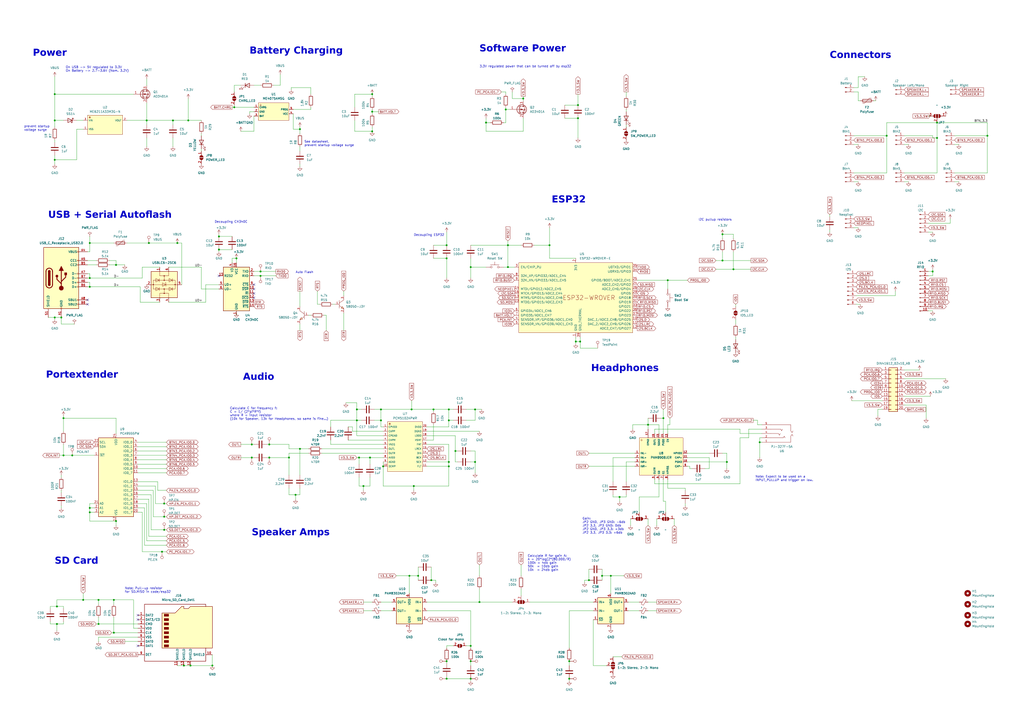
<source format=kicad_sch>
(kicad_sch (version 20230121) (generator eeschema)
  (paper "A2")
  (junction (at 215.9 76.2))
  (junction (at 146.05 257.81))
  (junction (at 425.45 156.21))
  (junction (at 238.76 237.49))
  (junction (at 242.57 334.01))
  (junction (at 543.56 71.12))
  (junction (at 250.19 336.55))
  (junction (at 57.15 347.98))
  (junction (at 109.22 69.85))
  (junction (at 67.31 153.67))
  (junction (at 220.98 243.84))
  (junction (at 215.9 54.61))
  (junction (at 222.25 270.51))
  (junction (at 127 144.78))
  (junction (at 220.98 237.49))
  (junction (at 273.05 393.7))
  (junction (at 127 137.16))
  (junction (at 514.35 78.74))
  (junction (at 335.28 68.58))
  (junction (at 387.35 162.56))
  (junction (at 31.75 184.15))
  (junction (at 207.01 243.84))
  (junction (at 173.99 260.35))
  (junction (at 354.33 334.01))
  (junction (at 273.05 383.54))
  (junction (at 151.13 157.48))
  (junction (at 207.01 237.49))
  (junction (at 259.08 149.86))
  (junction (at 173.99 74.93))
  (junction (at 66.04 367.03))
  (junction (at 572.77 78.74))
  (junction (at 336.55 198.12))
  (junction (at 349.25 334.01))
  (junction (at 260.35 237.49))
  (junction (at 260.35 243.84))
  (junction (at 281.94 71.12))
  (junction (at 259.08 142.24))
  (junction (at 106.68 386.08))
  (junction (at 278.13 349.25))
  (junction (at 543.56 80.01))
  (junction (at 330.2 393.7))
  (junction (at 31.75 54.61))
  (junction (at 260.35 270.51))
  (junction (at 66.04 347.98))
  (junction (at 421.64 267.97))
  (junction (at 33.02 351.79))
  (junction (at 35.56 184.15))
  (junction (at 264.16 261.62))
  (junction (at 215.9 64.77))
  (junction (at 375.92 246.38))
  (junction (at 52.07 140.97))
  (junction (at 171.45 287.02))
  (junction (at 31.75 69.85))
  (junction (at 95.25 307.34))
  (junction (at 214.63 265.43))
  (junction (at 293.37 63.5))
  (junction (at 156.21 257.81))
  (junction (at 335.28 60.96))
  (junction (at 330.2 383.54))
  (junction (at 146.05 265.43))
  (junction (at 259.08 393.7))
  (junction (at 210.82 281.94))
  (junction (at 273.05 374.65))
  (junction (at 341.63 336.55))
  (junction (at 259.08 383.54))
  (junction (at 135.89 62.23))
  (junction (at 95.25 292.1))
  (junction (at 52.07 161.29))
  (junction (at 102.87 140.97))
  (junction (at 303.53 57.15))
  (junction (at 384.81 242.57))
  (junction (at 36.83 242.57))
  (junction (at 334.01 198.12))
  (junction (at 251.46 237.49))
  (junction (at 294.64 154.94))
  (junction (at 95.25 299.72))
  (junction (at 86.36 140.97))
  (junction (at 260.35 267.97))
  (junction (at 167.64 265.43))
  (junction (at 52.07 294.64))
  (junction (at 31.75 92.71))
  (junction (at 110.49 386.08))
  (junction (at 419.1 151.13))
  (junction (at 275.59 237.49))
  (junction (at 67.31 302.26))
  (junction (at 440.69 256.54))
  (junction (at 156.21 265.43))
  (junction (at 123.19 386.08))
  (junction (at 33.02 361.95))
  (junction (at 240.03 281.94))
  (junction (at 541.02 157.48))
  (junction (at 100.33 69.85))
  (junction (at 52.07 297.18))
  (junction (at 275.59 267.97))
  (junction (at 318.77 142.24))
  (junction (at 419.1 135.89))
  (junction (at 93.98 320.04))
  (junction (at 52.07 166.37))
  (junction (at 36.83 264.16))
  (junction (at 359.41 288.29))
  (junction (at 273.05 154.94))
  (junction (at 85.09 69.85))
  (junction (at 137.16 149.86))
  (junction (at 57.15 361.95))
  (junction (at 41.91 264.16))
  (junction (at 151.13 160.02))
  (junction (at 237.49 334.01))
  (junction (at 208.28 265.43))
  (junction (at 48.26 347.98))
  (junction (at 294.64 142.24))
  (no_connect (at 80.01 359.41))
  (no_connect (at 80.01 356.87))
  (no_connect (at 147.32 170.18))
  (no_connect (at 80.01 374.65))
  (no_connect (at 147.32 167.64))
  (no_connect (at 147.32 172.72))
  (no_connect (at 147.32 165.1))
  (no_connect (at 50.8 173.99))
  (no_connect (at 50.8 176.53))
  (no_connect (at 127 160.02))
  (wire (pts (xy 341.63 262.89) (xy 368.3 262.89)))
  (wire (pts (xy 309.88 142.24) (xy 318.77 142.24)))
  (wire (pts (xy 292.1 71.12) (xy 293.37 71.12)))
  (wire (pts (xy 105.41 165.1) (xy 105.41 140.97)))
  (wire (pts (xy 85.09 313.69) (xy 85.09 292.1)))
  (wire (pts (xy 302.26 327.66) (xy 302.26 334.01)))
  (wire (pts (xy 355.6 265.43) (xy 355.6 279.4)))
  (wire (pts (xy 36.83 360.68) (xy 36.83 361.95)))
  (wire (pts (xy 538.48 180.34) (xy 541.02 180.34)))
  (wire (pts (xy 33.02 351.79) (xy 36.83 351.79)))
  (wire (pts (xy 116.84 78.74) (xy 116.84 77.47)))
  (wire (pts (xy 36.83 264.16) (xy 41.91 264.16)))
  (wire (pts (xy 33.02 361.95) (xy 33.02 365.76)))
  (wire (pts (xy 318.77 132.08) (xy 318.77 142.24)))
  (wire (pts (xy 506.73 58.42) (xy 508 58.42)))
  (wire (pts (xy 217.17 243.84) (xy 220.98 243.84)))
  (wire (pts (xy 29.21 360.68) (xy 29.21 361.95)))
  (wire (pts (xy 497.84 44.45) (xy 497.84 50.8)))
  (wire (pts (xy 191.77 257.81) (xy 191.77 255.27)))
  (wire (pts (xy 57.15 361.95) (xy 80.01 361.95)))
  (wire (pts (xy 109.22 69.85) (xy 116.84 69.85)))
  (wire (pts (xy 264.16 261.62) (xy 265.43 261.62)))
  (wire (pts (xy 173.99 187.96) (xy 173.99 191.77)))
  (wire (pts (xy 381 300.99) (xy 381 304.8)))
  (wire (pts (xy 297.18 53.34) (xy 297.18 57.15)))
  (wire (pts (xy 170.18 74.93) (xy 173.99 74.93)))
  (wire (pts (xy 303.53 76.2) (xy 281.94 76.2)))
  (wire (pts (xy 302.26 341.63) (xy 302.26 345.44)))
  (wire (pts (xy 354.33 334.01) (xy 349.25 334.01)))
  (wire (pts (xy 41.91 264.16) (xy 54.61 264.16)))
  (wire (pts (xy 48.26 344.17) (xy 48.26 347.98)))
  (wire (pts (xy 375.92 242.57) (xy 375.92 246.38)))
  (wire (pts (xy 411.48 271.78) (xy 408.94 271.78)))
  (wire (pts (xy 275.59 261.62) (xy 275.59 267.97)))
  (wire (pts (xy 538.48 134.62) (xy 541.02 134.62)))
  (wire (pts (xy 67.31 304.8) (xy 67.31 302.26)))
  (wire (pts (xy 514.35 100.33) (xy 514.35 78.74)))
  (wire (pts (xy 110.49 386.08) (xy 123.19 386.08)))
  (wire (pts (xy 481.33 125.73) (xy 481.33 124.46)))
  (wire (pts (xy 514.35 71.12) (xy 543.56 71.12)))
  (wire (pts (xy 102.87 386.08) (xy 106.68 386.08)))
  (wire (pts (xy 158.75 49.53) (xy 162.56 49.53)))
  (wire (pts (xy 77.47 347.98) (xy 77.47 364.49)))
  (wire (pts (xy 66.04 358.14) (xy 66.04 367.03)))
  (wire (pts (xy 227.33 354.33) (xy 220.98 354.33)))
  (wire (pts (xy 303.53 55.88) (xy 303.53 57.15)))
  (wire (pts (xy 52.07 294.64) (xy 52.07 297.18)))
  (wire (pts (xy 334.01 149.86) (xy 318.77 149.86)))
  (wire (pts (xy 344.17 386.08) (xy 351.79 386.08)))
  (wire (pts (xy 273.05 374.65) (xy 273.05 375.92)))
  (wire (pts (xy 247.65 354.33) (xy 273.05 354.33)))
  (wire (pts (xy 375.92 300.99) (xy 375.92 304.8)))
  (wire (pts (xy 259.08 393.7) (xy 273.05 393.7)))
  (wire (pts (xy 36.83 241.3) (xy 36.83 242.57)))
  (wire (pts (xy 52.07 292.1) (xy 52.07 294.64)))
  (wire (pts (xy 200.66 233.68) (xy 207.01 233.68)))
  (wire (pts (xy 429.26 251.46) (xy 441.96 251.46)))
  (wire (pts (xy 251.46 237.49) (xy 260.35 237.49)))
  (wire (pts (xy 50.8 163.83) (xy 52.07 163.83)))
  (wire (pts (xy 207.01 265.43) (xy 208.28 265.43)))
  (wire (pts (xy 419.1 151.13) (xy 435.61 151.13)))
  (wire (pts (xy 481.33 134.62) (xy 481.33 133.35)))
  (wire (pts (xy 264.16 252.73) (xy 264.16 261.62)))
  (wire (pts (xy 375.92 246.38) (xy 382.27 246.38)))
  (wire (pts (xy 386.08 290.83) (xy 386.08 297.18)))
  (wire (pts (xy 35.56 285.75) (xy 35.56 284.48)))
  (wire (pts (xy 330.2 394.97) (xy 330.2 393.7)))
  (wire (pts (xy 214.63 276.86) (xy 214.63 281.94)))
  (wire (pts (xy 97.79 154.94) (xy 116.84 154.94)))
  (wire (pts (xy 247.65 270.51) (xy 260.35 270.51)))
  (wire (pts (xy 543.56 71.12) (xy 572.77 71.12)))
  (wire (pts (xy 96.52 311.15) (xy 86.36 311.15)))
  (wire (pts (xy 191.77 243.84) (xy 207.01 243.84)))
  (wire (pts (xy 179.07 182.88) (xy 180.34 182.88)))
  (wire (pts (xy 381 349.25) (xy 375.92 349.25)))
  (wire (pts (xy 355.6 288.29) (xy 359.41 288.29)))
  (wire (pts (xy 96.52 271.78) (xy 80.01 271.78)))
  (wire (pts (xy 242.57 328.93) (xy 242.57 334.01)))
  (wire (pts (xy 119.38 175.26) (xy 119.38 165.1)))
  (wire (pts (xy 553.72 105.41) (xy 556.26 105.41)))
  (wire (pts (xy 538.48 160.02) (xy 541.02 160.02)))
  (wire (pts (xy 207.01 237.49) (xy 207.01 243.84)))
  (wire (pts (xy 144.78 64.77) (xy 144.78 66.04)))
  (wire (pts (xy 116.84 154.94) (xy 116.84 167.64)))
  (wire (pts (xy 96.52 274.32) (xy 80.01 274.32)))
  (wire (pts (xy 102.87 140.97) (xy 105.41 140.97)))
  (wire (pts (xy 335.28 68.58) (xy 335.28 80.01)))
  (wire (pts (xy 96.52 292.1) (xy 95.25 292.1)))
  (wire (pts (xy 173.99 87.63) (xy 173.99 85.09)))
  (wire (pts (xy 341.63 330.2) (xy 341.63 336.55)))
  (wire (pts (xy 388.62 242.57) (xy 388.62 246.38)))
  (wire (pts (xy 186.69 260.35) (xy 222.25 260.35)))
  (wire (pts (xy 375.92 246.38) (xy 375.92 248.92)))
  (wire (pts (xy 307.34 349.25) (xy 344.17 349.25)))
  (wire (pts (xy 553.72 83.82) (xy 556.26 83.82)))
  (wire (pts (xy 194.31 176.53) (xy 193.04 176.53)))
  (wire (pts (xy 264.16 267.97) (xy 265.43 267.97)))
  (wire (pts (xy 237.49 334.01) (xy 237.49 344.17)))
  (wire (pts (xy 167.64 260.35) (xy 173.99 260.35)))
  (wire (pts (xy 382.27 288.29) (xy 370.84 288.29)))
  (wire (pts (xy 497.84 53.34) (xy 495.3 53.34)))
  (wire (pts (xy 349.25 330.2) (xy 349.25 334.01)))
  (wire (pts (xy 398.78 265.43) (xy 411.48 265.43)))
  (wire (pts (xy 273.05 154.94) (xy 281.94 154.94)))
  (wire (pts (xy 259.08 149.86) (xy 259.08 161.29)))
  (wire (pts (xy 264.16 261.62) (xy 264.16 267.97)))
  (wire (pts (xy 440.69 256.54) (xy 441.96 256.54)))
  (wire (pts (xy 370.84 349.25) (xy 364.49 349.25)))
  (wire (pts (xy 48.26 74.93) (xy 44.45 74.93)))
  (wire (pts (xy 63.5 151.13) (xy 67.31 151.13)))
  (wire (pts (xy 541.02 160.02) (xy 541.02 157.48)))
  (wire (pts (xy 215.9 354.33) (xy 210.82 354.33)))
  (wire (pts (xy 260.35 247.65) (xy 260.35 243.84)))
  (wire (pts (xy 344.17 359.41) (xy 344.17 386.08)))
  (wire (pts (xy 80.01 259.08) (xy 96.52 259.08)))
  (wire (pts (xy 419.1 146.05) (xy 419.1 151.13)))
  (wire (pts (xy 87.63 287.02) (xy 80.01 287.02)))
  (wire (pts (xy 341.63 270.51) (xy 368.3 270.51)))
  (wire (pts (xy 139.7 257.81) (xy 146.05 257.81)))
  (wire (pts (xy 80.01 369.57) (xy 57.15 369.57)))
  (wire (pts (xy 170.18 63.5) (xy 180.34 63.5)))
  (wire (pts (xy 208.28 281.94) (xy 210.82 281.94)))
  (wire (pts (xy 387.35 162.56) (xy 387.35 167.64)))
  (wire (pts (xy 363.22 287.02) (xy 363.22 288.29)))
  (wire (pts (xy 247.65 257.81) (xy 260.35 257.81)))
  (wire (pts (xy 572.77 78.74) (xy 572.77 71.12)))
  (wire (pts (xy 439.42 246.38) (xy 441.96 246.38)))
  (wire (pts (xy 297.18 57.15) (xy 303.53 57.15)))
  (wire (pts (xy 146.05 265.43) (xy 147.32 265.43)))
  (wire (pts (xy 35.56 187.96) (xy 35.56 184.15)))
  (wire (pts (xy 419.1 135.89) (xy 419.1 138.43)))
  (wire (pts (xy 367.03 246.38) (xy 367.03 248.92)))
  (wire (pts (xy 66.04 367.03) (xy 80.01 367.03)))
  (wire (pts (xy 336.55 198.12) (xy 334.01 198.12)))
  (wire (pts (xy 384.81 242.57) (xy 383.54 242.57)))
  (wire (pts (xy 273.05 386.08) (xy 273.05 383.54)))
  (wire (pts (xy 541.02 80.01) (xy 543.56 80.01)))
  (wire (pts (xy 31.75 92.71) (xy 31.75 90.17)))
  (wire (pts (xy 384.81 242.57) (xy 384.81 237.49)))
  (wire (pts (xy 215.9 55.88) (xy 215.9 54.61)))
  (wire (pts (xy 127 135.89) (xy 127 137.16)))
  (wire (pts (xy 281.94 71.12) (xy 284.48 71.12)))
  (wire (pts (xy 220.98 243.84) (xy 220.98 247.65)))
  (wire (pts (xy 537.21 234.95) (xy 524.51 234.95)))
  (wire (pts (xy 425.45 146.05) (xy 425.45 156.21)))
  (wire (pts (xy 207.01 243.84) (xy 209.55 243.84)))
  (wire (pts (xy 270.51 237.49) (xy 275.59 237.49)))
  (wire (pts (xy 50.8 146.05) (xy 52.07 146.05)))
  (wire (pts (xy 95.25 292.1) (xy 90.17 292.1)))
  (wire (pts (xy 429.26 254) (xy 434.34 254)))
  (wire (pts (xy 397.51 292.1) (xy 397.51 293.37)))
  (wire (pts (xy 96.52 313.69) (xy 85.09 313.69)))
  (wire (pts (xy 210.82 349.25) (xy 215.9 349.25)))
  (wire (pts (xy 80.01 264.16) (xy 96.52 264.16)))
  (wire (pts (xy 397.51 283.21) (xy 397.51 284.48)))
  (wire (pts (xy 339.09 336.55) (xy 339.09 337.82)))
  (wire (pts (xy 247.65 255.27) (xy 251.46 255.27)))
  (wire (pts (xy 370.84 288.29) (xy 370.84 297.18)))
  (wire (pts (xy 541.02 78.74) (xy 524.51 78.74)))
  (wire (pts (xy 551.18 127) (xy 551.18 129.54)))
  (wire (pts (xy 137.16 182.88) (xy 137.16 181.61)))
  (wire (pts (xy 96.52 316.23) (xy 83.82 316.23)))
  (wire (pts (xy 367.03 246.38) (xy 375.92 246.38)))
  (wire (pts (xy 83.82 316.23) (xy 83.82 294.64)))
  (wire (pts (xy 222.25 281.94) (xy 240.03 281.94)))
  (wire (pts (xy 52.07 137.16) (xy 52.07 140.97)))
  (wire (pts (xy 259.08 383.54) (xy 259.08 384.81)))
  (wire (pts (xy 147.32 49.53) (xy 151.13 49.53)))
  (wire (pts (xy 207.01 233.68) (xy 207.01 237.49)))
  (wire (pts (xy 147.32 76.2) (xy 147.32 67.31)))
  (wire (pts (xy 80.01 269.24) (xy 96.52 269.24)))
  (wire (pts (xy 33.02 347.98) (xy 48.26 347.98)))
  (wire (pts (xy 440.69 254) (xy 440.69 256.54)))
  (wire (pts (xy 400.05 270.51) (xy 398.78 270.51)))
  (wire (pts (xy 436.88 243.84) (xy 439.42 243.84)))
  (wire (pts (xy 382.27 278.13) (xy 382.27 288.29)))
  (wire (pts (xy 27.94 184.15) (xy 31.75 184.15)))
  (wire (pts (xy 64.77 367.03) (xy 66.04 367.03)))
  (wire (pts (xy 363.22 267.97) (xy 363.22 279.4)))
  (wire (pts (xy 44.45 92.71) (xy 31.75 92.71)))
  (wire (pts (xy 419.1 262.89) (xy 421.64 262.89)))
  (wire (pts (xy 294.64 154.94) (xy 298.45 154.94)))
  (wire (pts (xy 180.34 50.8) (xy 180.34 54.61)))
  (wire (pts (xy 355.6 287.02) (xy 355.6 288.29)))
  (wire (pts (xy 119.38 165.1) (xy 127 165.1)))
  (wire (pts (xy 210.82 284.48) (xy 210.82 281.94)))
  (wire (pts (xy 384.81 278.13) (xy 384.81 290.83)))
  (wire (pts (xy 191.77 257.81) (xy 222.25 257.81)))
  (wire (pts (xy 180.34 62.23) (xy 180.34 63.5)))
  (wire (pts (xy 368.3 267.97) (xy 363.22 267.97)))
  (wire (pts (xy 77.47 364.49) (xy 80.01 364.49)))
  (wire (pts (xy 398.78 162.56) (xy 387.35 162.56)))
  (wire (pts (xy 90.17 292.1) (xy 90.17 281.94)))
  (wire (pts (xy 421.64 267.97) (xy 421.64 271.78)))
  (wire (pts (xy 31.75 44.45) (xy 31.75 54.61)))
  (wire (pts (xy 82.55 320.04) (xy 82.55 297.18)))
  (wire (pts (xy 52.07 158.75) (xy 52.07 161.29)))
  (wire (pts (xy 48.26 347.98) (xy 57.15 347.98)))
  (wire (pts (xy 387.35 246.38) (xy 388.62 246.38)))
  (wire (pts (xy 339.09 336.55) (xy 341.63 336.55)))
  (wire (pts (xy 364.49 354.33) (xy 370.84 354.33)))
  (wire (pts (xy 137.16 149.86) (xy 137.16 152.4)))
  (wire (pts (xy 100.33 69.85) (xy 85.09 69.85)))
  (wire (pts (xy 36.83 361.95) (xy 33.02 361.95)))
  (wire (pts (xy 127 144.78) (xy 134.62 144.78)))
  (wire (pts (xy 135.89 49.53) (xy 135.89 53.34)))
  (wire (pts (xy 139.7 76.2) (xy 147.32 76.2)))
  (wire (pts (xy 93.98 320.04) (xy 82.55 320.04)))
  (wire (pts (xy 207.01 252.73) (xy 222.25 252.73)))
  (wire (pts (xy 400.05 271.78) (xy 401.32 271.78)))
  (wire (pts (xy 66.04 350.52) (xy 66.04 347.98)))
  (wire (pts (xy 167.64 257.81) (xy 167.64 260.35)))
  (wire (pts (xy 116.84 167.64) (xy 127 167.64)))
  (wire (pts (xy 134.62 152.4) (xy 134.62 149.86)))
  (wire (pts (xy 173.99 260.35) (xy 179.07 260.35)))
  (wire (pts (xy 33.02 361.95) (xy 29.21 361.95)))
  (wire (pts (xy 210.82 281.94) (xy 214.63 281.94)))
  (wire (pts (xy 495.3 78.74) (xy 514.35 78.74)))
  (wire (pts (xy 52.07 302.26) (xy 67.31 302.26)))
  (wire (pts (xy 251.46 238.76) (xy 251.46 237.49)))
  (wire (pts (xy 106.68 386.08) (xy 110.49 386.08)))
  (wire (pts (xy 349.25 334.01) (xy 349.25 336.55)))
  (wire (pts (xy 303.53 57.15) (xy 303.53 58.42)))
  (wire (pts (xy 135.89 62.23) (xy 147.32 62.23)))
  (wire (pts (xy 88.9 284.48) (xy 80.01 284.48)))
  (wire (pts (xy 170.18 66.04) (xy 170.18 74.93)))
  (wire (pts (xy 162.56 43.18) (xy 162.56 49.53)))
  (wire (pts (xy 303.53 76.2) (xy 303.53 68.58)))
  (wire (pts (xy 425.45 156.21) (xy 435.61 156.21)))
  (wire (pts (xy 44.45 74.93) (xy 44.45 92.71)))
  (wire (pts (xy 281.94 68.58) (xy 281.94 71.12)))
  (wire (pts (xy 87.63 307.34) (xy 87.63 287.02)))
  (wire (pts (xy 208.28 276.86) (xy 208.28 281.94)))
  (wire (pts (xy 524.51 219.71) (xy 548.64 219.71)))
  (wire (pts (xy 173.99 283.21) (xy 173.99 287.02)))
  (wire (pts (xy 572.77 100.33) (xy 572.77 78.74)))
  (wire (pts (xy 247.65 250.19) (xy 278.13 250.19)))
  (wire (pts (xy 293.37 71.12) (xy 293.37 63.5)))
  (wire (pts (xy 91.44 284.48) (xy 91.44 279.4)))
  (wire (pts (xy 173.99 96.52) (xy 173.99 95.25)))
  (wire (pts (xy 400.05 271.78) (xy 400.05 270.51)))
  (wire (pts (xy 205.74 69.85) (xy 205.74 76.2)))
  (wire (pts (xy 57.15 347.98) (xy 66.04 347.98)))
  (wire (pts (xy 96.52 320.04) (xy 93.98 320.04)))
  (wire (pts (xy 278.13 349.25) (xy 297.18 349.25)))
  (wire (pts (xy 167.64 265.43) (xy 167.64 275.59)))
  (wire (pts (xy 54.61 297.18) (xy 52.07 297.18)))
  (wire (pts (xy 50.8 166.37) (xy 52.07 166.37)))
  (wire (pts (xy 294.64 142.24) (xy 302.26 142.24)))
  (wire (pts (xy 167.64 283.21) (xy 167.64 287.02)))
  (wire (pts (xy 36.83 242.57) (xy 36.83 250.19)))
  (wire (pts (xy 201.93 255.27) (xy 222.25 255.27)))
  (wire (pts (xy 382.27 251.46) (xy 382.27 246.38)))
  (wire (pts (xy 336.55 195.58) (xy 336.55 198.12)))
  (wire (pts (xy 247.65 267.97) (xy 260.35 267.97)))
  (wire (pts (xy 214.63 269.24) (xy 214.63 265.43)))
  (wire (pts (xy 207.01 243.84) (xy 207.01 252.73)))
  (wire (pts (xy 85.09 69.85) (xy 85.09 72.39)))
  (wire (pts (xy 81.28 175.26) (xy 81.28 166.37)))
  (wire (pts (xy 524.51 229.87) (xy 539.75 229.87)))
  (wire (pts (xy 201.93 247.65) (xy 204.47 247.65)))
  (wire (pts (xy 543.56 100.33) (xy 543.56 80.01)))
  (wire (pts (xy 205.74 76.2) (xy 215.9 76.2)))
  (wire (pts (xy 184.15 176.53) (xy 185.42 176.53)))
  (wire (pts (xy 335.28 54.61) (xy 335.28 60.96)))
  (wire (pts (xy 92.71 154.94) (xy 82.55 154.94)))
  (wire (pts (xy 91.44 284.48) (xy 96.52 284.48)))
  (wire (pts (xy 440.69 256.54) (xy 440.69 265.43)))
  (wire (pts (xy 273.05 267.97) (xy 275.59 267.97)))
  (wire (pts (xy 247.65 252.73) (xy 264.16 252.73)))
  (wire (pts (xy 31.75 69.85) (xy 31.75 73.66)))
  (wire (pts (xy 57.15 369.57) (xy 57.15 372.11)))
  (wire (pts (xy 220.98 237.49) (xy 238.76 237.49)))
  (wire (pts (xy 247.65 247.65) (xy 260.35 247.65)))
  (wire (pts (xy 173.99 168.91) (xy 173.99 177.8)))
  (wire (pts (xy 425.45 135.89) (xy 425.45 138.43)))
  (wire (pts (xy 361.95 334.01) (xy 354.33 334.01)))
  (wire (pts (xy 495.3 100.33) (xy 514.35 100.33)))
  (wire (pts (xy 82.55 154.94) (xy 82.55 161.29)))
  (wire (pts (xy 334.01 195.58) (xy 334.01 198.12)))
  (wire (pts (xy 270.51 243.84) (xy 275.59 243.84)))
  (wire (pts (xy 33.02 351.79) (xy 33.02 347.98)))
  (wire (pts (xy 229.87 334.01) (xy 237.49 334.01)))
  (wire (pts (xy 363.22 288.29) (xy 359.41 288.29)))
  (wire (pts (xy 330.2 354.33) (xy 330.2 375.92)))
  (wire (pts (xy 330.2 354.33) (xy 344.17 354.33)))
  (wire (pts (xy 167.64 262.89) (xy 179.07 262.89)))
  (wire (pts (xy 36.83 351.79) (xy 36.83 353.06)))
  (wire (pts (xy 259.08 374.65) (xy 259.08 375.92)))
  (wire (pts (xy 553.72 78.74) (xy 572.77 78.74)))
  (wire (pts (xy 184.15 176.53) (xy 184.15 168.91)))
  (wire (pts (xy 52.07 140.97) (xy 66.04 140.97)))
  (wire (pts (xy 134.62 62.23) (xy 135.89 62.23)))
  (wire (pts (xy 495.3 105.41) (xy 497.84 105.41)))
  (wire (pts (xy 29.21 351.79) (xy 33.02 351.79)))
  (wire (pts (xy 90.17 281.94) (xy 80.01 281.94)))
  (wire (pts (xy 189.23 182.88) (xy 189.23 191.77)))
  (wire (pts (xy 363.22 64.77) (xy 363.22 63.5)))
  (wire (pts (xy 334.01 198.12) (xy 334.01 199.39)))
  (wire (pts (xy 52.07 161.29) (xy 50.8 161.29)))
  (wire (pts (xy 425.45 135.89) (xy 419.1 135.89)))
  (wire (pts (xy 251.46 142.24) (xy 259.08 142.24)))
  (wire (pts (xy 411.48 265.43) (xy 411.48 271.78)))
  (wire (pts (xy 168.91 52.07) (xy 168.91 50.8)))
  (wire (pts (xy 415.29 151.13) (xy 419.1 151.13)))
  (wire (pts (xy 273.05 142.24) (xy 294.64 142.24)))
  (wire (pts (xy 335.28 60.96) (xy 327.66 60.96)))
  (wire (pts (xy 391.16 300.99) (xy 391.16 304.8)))
  (wire (pts (xy 541.02 156.21) (xy 541.02 157.48)))
  (wire (pts (xy 251.46 246.38) (xy 251.46 255.27)))
  (wire (pts (xy 250.19 328.93) (xy 250.19 336.55)))
  (wire (pts (xy 538.48 67.31) (xy 539.75 67.31)))
  (wire (pts (xy 220.98 349.25) (xy 227.33 349.25)))
  (wire (pts (xy 204.47 250.19) (xy 222.25 250.19)))
  (wire (pts (xy 156.21 257.81) (xy 167.64 257.81)))
  (wire (pts (xy 497.84 50.8) (xy 495.3 50.8)))
  (wire (pts (xy 204.47 247.65) (xy 204.47 250.19)))
  (wire (pts (xy 275.59 237.49) (xy 279.4 237.49)))
  (wire (pts (xy 139.7 265.43) (xy 146.05 265.43)))
  (wire (pts (xy 73.66 69.85) (xy 85.09 69.85)))
  (wire (pts (xy 273.05 149.86) (xy 273.05 154.94)))
  (wire (pts (xy 82.55 297.18) (xy 80.01 297.18)))
  (wire (pts (xy 238.76 232.41) (xy 238.76 237.49)))
  (wire (pts (xy 537.21 234.95) (xy 537.21 242.57)))
  (wire (pts (xy 100.33 80.01) (xy 100.33 85.09)))
  (wire (pts (xy 123.19 379.73) (xy 123.19 386.08)))
  (wire (pts (xy 429.26 248.92) (xy 429.26 251.46)))
  (wire (pts (xy 173.99 77.47) (xy 173.99 74.93)))
  (wire (pts (xy 293.37 53.34) (xy 293.37 54.61)))
  (wire (pts (xy 44.45 69.85) (xy 48.26 69.85)))
  (wire (pts (xy 222.25 270.51) (xy 222.25 281.94)))
  (wire (pts (xy 52.07 297.18) (xy 52.07 302.26)))
  (wire (pts (xy 524.51 105.41) (xy 527.05 105.41)))
  (wire (pts (xy 100.33 69.85) (xy 100.33 72.39)))
  (wire (pts (xy 109.22 69.85) (xy 100.33 69.85)))
  (wire (pts (xy 73.66 140.97) (xy 86.36 140.97)))
  (wire (pts (xy 379.73 280.67) (xy 429.26 280.67)))
  (wire (pts (xy 497.84 44.45) (xy 501.65 44.45)))
  (wire (pts (xy 354.33 334.01) (xy 354.33 344.17)))
  (wire (pts (xy 55.88 361.95) (xy 57.15 361.95)))
  (wire (pts (xy 208.28 269.24) (xy 208.28 265.43)))
  (wire (pts (xy 52.07 294.64) (xy 54.61 294.64)))
  (wire (pts (xy 318.77 142.24) (xy 318.77 149.86)))
  (wire (pts (xy 31.75 184.15) (xy 35.56 184.15)))
  (wire (pts (xy 281.94 76.2) (xy 281.94 71.12)))
  (wire (pts (xy 260.35 270.51) (xy 260.35 281.94)))
  (wire (pts (xy 375.92 354.33) (xy 381 354.33)))
  (wire (pts (xy 88.9 299.72) (xy 88.9 284.48)))
  (wire (pts (xy 85.09 45.72) (xy 85.09 49.53)))
  (wire (pts (xy 363.22 72.39) (xy 363.22 73.66)))
  (wire (pts (xy 52.07 166.37) (xy 81.28 166.37)))
  (wire (pts (xy 379.73 248.92) (xy 429.26 248.92)))
  (wire (pts (xy 208.28 265.43) (xy 214.63 265.43)))
  (wire (pts (xy 387.35 283.21) (xy 387.35 278.13)))
  (wire (pts (xy 154.94 265.43) (xy 156.21 265.43)))
  (wire (pts (xy 368.3 265.43) (xy 355.6 265.43)))
  (wire (pts (xy 96.52 299.72) (xy 95.25 299.72)))
  (wire (pts (xy 259.08 392.43) (xy 259.08 393.7)))
  (wire (pts (xy 92.71 175.26) (xy 81.28 175.26)))
  (wire (pts (xy 36.83 242.57) (xy 67.31 242.57)))
  (wire (pts (xy 83.82 294.64) (xy 80.01 294.64)))
  (wire (pts (xy 270.51 374.65) (xy 273.05 374.65)))
  (wire (pts (xy 495.3 83.82) (xy 497.84 83.82)))
  (wire (pts (xy 496.57 171.45) (xy 519.43 171.45)))
  (wire (pts (xy 262.89 237.49) (xy 260.35 237.49)))
  (wire (pts (xy 36.83 257.81) (xy 36.83 264.16)))
  (wire (pts (xy 538.48 157.48) (xy 541.02 157.48)))
  (wire (pts (xy 31.75 184.15) (xy 31.75 185.42)))
  (wire (pts (xy 43.18 187.96) (xy 35.56 187.96)))
  (wire (pts (xy 292.1 154.94) (xy 294.64 154.94)))
  (wire (pts (xy 260.35 243.84) (xy 260.35 237.49)))
  (wire (pts (xy 509.27 241.3) (xy 509.27 237.49)))
  (wire (pts (xy 441.96 254) (xy 440.69 254)))
  (wire (pts (xy 151.13 157.48) (xy 160.02 157.48)))
  (wire (pts (xy 426.72 196.85) (xy 426.72 195.58)))
  (wire (pts (xy 139.7 49.53) (xy 135.89 49.53)))
  (wire (pts (xy 91.44 279.4) (xy 80.01 279.4)))
  (wire (pts (xy 240.03 281.94) (xy 240.03 284.48)))
  (wire (pts (xy 251.46 149.86) (xy 259.08 149.86)))
  (wire (pts (xy 217.17 237.49) (xy 220.98 237.49)))
  (wire (pts (xy 273.05 261.62) (xy 275.59 261.62)))
  (wire (pts (xy 275.59 237.49) (xy 275.59 243.84)))
  (wire (pts (xy 346.71 201.93) (xy 336.55 201.93)))
  (wire (pts (xy 67.31 151.13) (xy 67.31 153.67)))
  (wire (pts (xy 240.03 281.94) (xy 260.35 281.94)))
  (wire (pts (xy 209.55 237.49) (xy 207.01 237.49)))
  (wire (pts (xy 160.02 160.02) (xy 151.13 160.02)))
  (wire (pts (xy 294.64 139.7) (xy 294.64 142.24)))
  (wire (pts (xy 426.72 187.96) (xy 426.72 185.42)))
  (wire (pts (xy 278.13 341.63) (xy 278.13 349.25)))
  (wire (pts (xy 327.66 68.58) (xy 335.28 68.58)))
  (wire (pts (xy 360.68 381) (xy 355.6 381)))
  (wire (pts (xy 519.43 168.91) (xy 519.43 171.45)))
  (wire (pts (xy 80.01 261.62) (xy 96.52 261.62)))
  (wire (pts (xy 187.96 182.88) (xy 189.23 182.88)))
  (wire (pts (xy 497.84 58.42) (xy 499.11 58.42)))
  (wire (pts (xy 260.35 257.81) (xy 260.35 267.97)))
  (wire (pts (xy 86.36 140.97) (xy 102.87 140.97)))
  (wire (pts (xy 247.65 349.25) (xy 278.13 349.25)))
  (wire (pts (xy 63.5 153.67) (xy 67.31 153.67)))
  (wire (pts (xy 434.34 248.92) (xy 441.96 248.92)))
  (wire (pts (xy 154.94 257.81) (xy 156.21 257.81)))
  (wire (pts (xy 66.04 347.98) (xy 77.47 347.98)))
  (wire (pts (xy 95.25 299.72) (xy 88.9 299.72)))
  (wire (pts (xy 54.61 292.1) (xy 52.07 292.1)))
  (wire (pts (xy 365.76 300.99) (xy 365.76 304.8)))
  (wire (pts (xy 215.9 63.5) (xy 215.9 64.77)))
  (wire (pts (xy 191.77 247.65) (xy 191.77 243.84)))
  (wire (pts (xy 495.3 132.08) (xy 497.84 132.08)))
  (wire (pts (xy 439.42 243.84) (xy 439.42 246.38)))
  (wire (pts (xy 273.05 354.33) (xy 273.05 374.65)))
  (wire (pts (xy 205.74 62.23) (xy 205.74 54.61)))
  (wire (pts (xy 262.89 243.84) (xy 260.35 243.84)))
  (wire (pts (xy 363.22 53.34) (xy 363.22 55.88)))
  (wire (pts (xy 273.05 161.29) (xy 273.05 154.94)))
  (wire (pts (xy 50.8 153.67) (xy 55.88 153.67)))
  (wire (pts (xy 524.51 214.63) (xy 533.4 214.63)))
  (wire (pts (xy 273.05 394.97) (xy 273.05 393.7)))
  (wire (pts (xy 398.78 267.97) (xy 421.64 267.97)))
  (wire (pts (xy 168.91 50.8) (xy 180.34 50.8)))
  (wire (pts (xy 34.29 264.16) (xy 36.83 264.16)))
  (wire (pts (xy 553.72 100.33) (xy 572.77 100.33)))
  (wire (pts (xy 290.83 53.34) (xy 293.37 53.34)))
  (wire (pts (xy 220.98 237.49) (xy 220.98 243.84)))
  (wire (pts (xy 237.49 334.01) (xy 242.57 334.01)))
  (wire (pts (xy 398.78 262.89) (xy 411.48 262.89)))
  (wire (pts (xy 215.9 64.77) (xy 219.71 64.77)))
  (wire (pts (xy 293.37 63.5) (xy 295.91 63.5)))
  (wire (pts (xy 494.03 232.41) (xy 511.81 232.41)))
  (wire (pts (xy 31.75 54.61) (xy 77.47 54.61)))
  (wire (pts (xy 379.73 251.46) (xy 379.73 248.92)))
  (wire (pts (xy 72.39 372.11) (xy 80.01 372.11)))
  (wire (pts (xy 215.9 76.2) (xy 215.9 73.66)))
  (wire (pts (xy 50.8 158.75) (xy 52.07 158.75)))
  (wire (pts (xy 415.29 156.21) (xy 425.45 156.21)))
  (wire (pts (xy 538.48 129.54) (xy 551.18 129.54)))
  (wire (pts (xy 222.25 267.97) (xy 222.25 270.51)))
  (wire (pts (xy 147.32 157.48) (xy 151.13 157.48)))
  (wire (pts (xy 294.64 142.24) (xy 294.64 154.94)))
  (wire (pts (xy 96.52 307.34) (xy 95.25 307.34)))
  (wire (pts (xy 57.15 358.14) (xy 57.15 361.95)))
  (wire (pts (xy 72.39 153.67) (xy 67.31 153.67)))
  (wire (pts (xy 336.55 201.93) (xy 336.55 198.12)))
  (wire (pts (xy 31.75 81.28) (xy 31.75 82.55)))
  (wire (pts (xy 80.01 256.54) (xy 96.52 256.54)))
  (wire (pts (xy 167.64 262.89) (xy 167.64 265.43)))
  (wire (pts (xy 151.13 160.02) (xy 147.32 160.02)))
  (wire (pts (xy 541.02 80.01) (xy 541.02 78.74)))
  (wire (pts (xy 397.51 283.21) (xy 387.35 283.21)))
  (wire (pts (xy 97.79 175.26) (xy 119.38 175.26)))
  (wire (pts (xy 52.07 163.83) (xy 52.07 166.37)))
  (wire (pts (xy 543.56 71.12) (xy 543.56 80.01)))
  (wire (pts (xy 434.34 254) (xy 434.34 248.92)))
  (wire (pts (xy 186.69 262.89) (xy 222.25 262.89)))
  (wire (pts (xy 199.39 168.91) (xy 199.39 171.45)))
  (wire (pts (xy 242.57 334.01) (xy 242.57 336.55)))
  (wire (pts (xy 359.41 290.83) (xy 359.41 288.29)))
  (wire (pts (xy 199.39 181.61) (xy 199.39 191.77)))
  (wire (pts (xy 31.75 95.25) (xy 31.75 92.71)))
  (wire (pts (xy 52.07 161.29) (xy 82.55 161.29)))
  (wire (pts (xy 220.98 247.65) (xy 222.25 247.65)))
  (wire (pts (xy 86.36 311.15) (xy 86.36 289.56)))
  (wire (pts (xy 293.37 62.23) (xy 293.37 63.5)))
  (wire (pts (xy 36.83 69.85) (xy 31.75 69.85)))
  (wire (pts (xy 167.64 287.02) (xy 171.45 287.02)))
  (wire (pts (xy 57.15 347.98) (xy 57.15 350.52)))
  (wire (pts (xy 50.8 151.13) (xy 55.88 151.13)))
  (wire (pts (xy 80.01 266.7) (xy 96.52 266.7)))
  (wire (pts (xy 259.08 134.62) (xy 259.08 142.24)))
  (wire (pts (xy 85.09 292.1) (xy 80.01 292.1)))
  (wire (pts (xy 35.56 294.64) (xy 35.56 293.37)))
  (wire (pts (xy 384.81 242.57) (xy 384.81 251.46)))
  (wire (pts (xy 134.62 149.86) (xy 137.16 149.86)))
  (wire (pts (xy 146.05 257.81) (xy 147.32 257.81)))
  (wire (pts (xy 85.09 59.69) (xy 85.09 69.85)))
  (wire (pts (xy 369.57 162.56) (xy 387.35 162.56)))
  (wire (pts (xy 215.9 64.77) (xy 215.9 66.04)))
  (wire (pts (xy 497.84 58.42) (xy 497.84 53.34)))
  (wire (pts (xy 514.35 78.74) (xy 514.35 71.12)))
  (wire (pts (xy 67.31 242.57) (xy 67.31 251.46)))
  (wire (pts (xy 252.73 336.55) (xy 250.19 336.55)))
  (wire (pts (xy 275.59 267.97) (xy 275.59 274.32)))
  (wire (pts (xy 386.08 290.83) (xy 384.81 290.83)))
  (wire (pts (xy 127 137.16) (xy 134.62 137.16)))
  (wire (pts (xy 205.74 54.61) (xy 215.9 54.61)))
  (wire (pts (xy 496.57 176.53) (xy 499.11 176.53)))
  (wire (pts (xy 127 144.78) (xy 127 146.05)))
  (wire (pts (xy 85.09 80.01) (xy 85.09 85.09)))
  (wire (pts (xy 260.35 267.97) (xy 260.35 270.51)))
  (wire (pts (xy 524.51 83.82) (xy 527.05 83.82)))
  (wire (pts (xy 429.26 280.67) (xy 429.26 254)))
  (wire (pts (xy 421.64 262.89) (xy 421.64 267.97)))
  (wire (pts (xy 156.21 265.43) (xy 167.64 265.43)))
  (wire (pts (xy 214.63 265.43) (xy 222.25 265.43)))
  (wire (pts (xy 262.89 374.65) (xy 259.08 374.65)))
  (wire (pts (xy 379.73 278.13) (xy 379.73 280.67)))
  (wire (pts (xy 278.13 327.66) (xy 278.13 334.01)))
  (wire (pts (xy 509.27 237.49) (xy 511.81 237.49)))
  (wire (pts (xy 330.2 386.08) (xy 330.2 383.54)))
  (wire (pts (xy 29.21 351.79) (xy 29.21 353.06)))
  (wire (pts (xy 35.56 275.59) (xy 35.56 276.86)))
  (wire (pts (xy 252.73 336.55) (xy 252.73 337.82)))
  (wire (pts (xy 144.78 64.77) (xy 147.32 64.77)))
  (wire (pts (xy 387.35 251.46) (xy 387.35 246.38)))
  (wire (pts (xy 86.36 289.56) (xy 80.01 289.56)))
  (wire (pts (xy 31.75 69.85) (xy 31.75 54.61)))
  (wire (pts (xy 173.99 260.35) (xy 173.99 275.59)))
  (wire (pts (xy 173.99 73.66) (xy 173.99 74.93)))
  (wire (pts (xy 426.72 177.8) (xy 426.72 176.53)))
  (wire (pts (xy 116.84 86.36) (xy 116.84 87.63)))
  (wire (pts (xy 171.45 287.02) (xy 171.45 289.56)))
  (wire (pts (xy 95.25 307.34) (xy 87.63 307.34)))
  (wire (pts (xy 109.22 57.15) (xy 109.22 69.85)))
  (wire (pts (xy 238.76 237.49) (xy 251.46 237.49)))
  (wire (pts (xy 171.45 287.02) (xy 173.99 287.02)))
  (wire (pts (xy 135.89 60.96) (xy 135.89 62.23)))
  (wire (pts (xy 52.07 140.97) (xy 52.07 146.05)))
  (wire (pts (xy 524.51 100.33) (xy 543.56 100.33)))
  (text "Decoupling ESP32" (at 240.03 137.16 0) (effects (font (size 1.27 1.27)) (justify left bottom)))
  (text "ESP32" (at 320.04 119.38 0) (effects (font (size 4 4) (thickness 0.8) bold) (justify left bottom)))
  (text "Gain:\nJP2 GND, JP3 GND: -6db\nJP2 3.3, JP3 GND: 0db\nJP2 GND, JP3 3.3: +3db\nJP2 3.3, JP3 3.3: +6db" (at 337.82 309.88 0) (effects (font (size 1.27 1.27)) (justify left bottom)))
  (text "Decoupling CH340C" (at 124.46 129.54 0) (effects (font (size 1.27 1.27)) (justify left bottom)))
  (text "Connectors" (at 481.33 35.56 0) (effects (font (size 4 4) (thickness 0.8) bold) (justify left bottom)))
  (text "Note: Pull-up resistor\nfor SD.MISO in code/esp32" (at 72.39 344.17 0) (effects (font (size 1.27 1.27)) (justify left bottom)))
  (text "Headphones" (at 342.9 217.17 0) (effects (font (size 4 4) (thickness 0.8) bold) (justify left bottom)))
  (text "Audio\n" (at 140.97 222.25 0) (effects (font (size 4 4) (thickness 0.8) bold) (justify left bottom)))
  (text "Software Power" (at 278.13 31.75 0) (effects (font (size 4 4) (thickness 0.8) bold) (justify left bottom)))
  (text "Speaker Amps\n" (at 146.05 312.42 0) (effects (font (size 4 4) (thickness 0.8) bold) (justify left bottom)))
  (text "3.3V regulated power that can be turned off by esp32" (at 278.13 39.37 0) (effects (font (size 1.27 1.27)) (justify left bottom)))
  (text "Note: Expect to be used on a \nINPUT_PULLUP and trigger on low." (at 438.15 279.4 0) (effects (font (size 1.27 1.27)) (justify left bottom)))
  (text "Calculate C for frequency f:\nC = 1/ (2*pi*R*f)\nwhere R = input resistor \n(10k for Speaker, 13k for Headphones, so same is fine...)" (at 133.35 243.84 0) (effects (font (size 1.27 1.27)) (justify left bottom)))
  (text "Power" (at 19.05 34.29 0) (effects (font (size 4 4) (thickness 0.8) bold) (justify left bottom)))
  (text "See datasheet,\nprevent startup voltage surge" (at 176.53 85.09 0) (effects (font (size 1.27 1.27)) (justify left bottom)))
  (text "I2C pullup resistors" (at 405.13 128.27 0) (effects (font (size 1.27 1.27)) (justify left bottom)))
  (text "prevent startup \nvoltage surge" (at 13.97 76.2 0) (effects (font (size 1.27 1.27)) (justify left bottom)))
  (text "SD Card" (at 31.75 328.93 0) (effects (font (size 4 4) (thickness 0.8) bold) (justify left bottom)))
  (text "Battery Charging" (at 144.78 33.02 0) (effects (font (size 4 4) (thickness 0.8) bold) (justify left bottom)))
  (text "Auto Flash" (at 171.45 158.75 0) (effects (font (size 1.27 1.27)) (justify left bottom)))
  (text "USB + Serial Autoflash\n" (at 27.94 128.27 0) (effects (font (size 4 4) (thickness 0.8) bold) (justify left bottom)))
  (text "Calculate R for gain A:\nA = 20*log[2*(80,000/R)\n100k = 4db gain\n50k  = 10db gain\n10k  = 24db gain" (at 306.07 331.47 0) (effects (font (size 1.27 1.27)) (justify left bottom)))
  (text "On USB -> 5V regulated to 3.3V\nOn Battery -> 2.7-3.6V (Nom. 3.2V)" (at 38.1 41.91 0) (effects (font (size 1.27 1.27)) (justify left bottom)))
  (text "Portextender" (at 26.67 220.98 0) (effects (font (size 4 4) (thickness 0.8) bold) (justify left bottom)))
  (label "D+" (at 66.04 166.37 0))
  (label "BTN_3.3" (at 565.15 71.12 0))
  (label "UD-" (at 113.03 154.94 0))
  (label "D-" (at 66.04 161.29 0))
  (label "UD+" (at 113.03 175.26 0))
  (global_label "V3.3_SW" (shape output) (at 335.28 54.61 90) (property "Intersheetrefs" "${INTERSHEET_REFS}" (effects hide)))
  (global_label "BATT.VOLT" (shape input) (at 298.45 182.88 180) (property "Intersheetrefs" "${INTERSHEET_REFS}" (effects hide)))
  (global_label "RXD0" (shape output) (at 160.02 157.48 0) (property "Intersheetrefs" "${INTERSHEET_REFS}" (effects hide)))
  (global_label "I2S.D" (shape input) (at 247.65 262.89 0) (property "Intersheetrefs" "${INTERSHEET_REFS}" (effects hide)))
  (global_label "PCA.IO0.7" (shape bidirectional) (at 511.81 219.71 180) (property "Intersheetrefs" "${INTERSHEET_REFS}" (effects hide)))
  (global_label "BTN4_PCA.IO0.3" (shape bidirectional) (at 96.52 264.16 0) (property "Intersheetrefs" "${INTERSHEET_REFS}" (effects hide)))
  (global_label "V3.3_SW" (shape input) (at 495.3 127 0) (property "Intersheetrefs" "${INTERSHEET_REFS}" (effects hide)))
  (global_label "PCA.IO1.6" (shape bidirectional) (at 524.51 222.25 0) (property "Intersheetrefs" "${INTERSHEET_REFS}" (effects hide)))
  (global_label "V3.3_SW" (shape input) (at 538.48 132.08 0) (property "Intersheetrefs" "${INTERSHEET_REFS}" (effects hide)))
  (global_label "I2S.BCLK" (shape input) (at 496.57 163.83 0) (property "Intersheetrefs" "${INTERSHEET_REFS}" (effects hide)))
  (global_label "PA.EN_PCA.IO1.0" (shape bidirectional) (at 96.52 284.48 0) (property "Intersheetrefs" "${INTERSHEET_REFS}" (effects hide)))
  (global_label "SPEAKER.R+" (shape output) (at 381 349.25 0) (property "Intersheetrefs" "${INTERSHEET_REFS}" (effects hide)))
  (global_label "SD.DET_PCA.IO1.3" (shape bidirectional) (at 96.52 307.34 0) (property "Intersheetrefs" "${INTERSHEET_REFS}" (effects hide)))
  (global_label "SD.MISO" (shape input) (at 369.57 165.1 0) (property "Intersheetrefs" "${INTERSHEET_REFS}" (effects hide)))
  (global_label "PA.EN_PCA.IO1.0" (shape input) (at 496.57 166.37 0) (property "Intersheetrefs" "${INTERSHEET_REFS}" (effects hide)))
  (global_label "V3.3_SW" (shape input) (at 524.51 232.41 0) (property "Intersheetrefs" "${INTERSHEET_REFS}" (effects hide)))
  (global_label "I2S.LRC" (shape output) (at 369.57 187.96 0) (property "Intersheetrefs" "${INTERSHEET_REFS}" (effects hide)))
  (global_label "PROG_IO0" (shape bidirectional) (at 511.81 227.33 180) (property "Intersheetrefs" "${INTERSHEET_REFS}" (effects hide)))
  (global_label "BTN2_PCA.IO0.1" (shape bidirectional) (at 96.52 259.08 0) (property "Intersheetrefs" "${INTERSHEET_REFS}" (effects hide)))
  (global_label "RFID.CS" (shape input) (at 538.48 165.1 0) (property "Intersheetrefs" "${INTERSHEET_REFS}" (effects hide)))
  (global_label "RFID.CS" (shape output) (at 369.57 177.8 0) (property "Intersheetrefs" "${INTERSHEET_REFS}" (effects hide)))
  (global_label "IO5" (shape input) (at 426.72 176.53 90) (property "Intersheetrefs" "${INTERSHEET_REFS}" (effects hide)))
  (global_label "RFID.RST" (shape input) (at 538.48 162.56 0) (property "Intersheetrefs" "${INTERSHEET_REFS}" (effects hide)))
  (global_label "OUTR" (shape output) (at 139.7 265.43 180) (property "Intersheetrefs" "${INTERSHEET_REFS}" (effects hide)))
  (global_label "IO39" (shape input) (at 298.45 187.96 180) (property "Intersheetrefs" "${INTERSHEET_REFS}" (effects hide)))
  (global_label "BTN3_PCA.IO0.2" (shape bidirectional) (at 96.52 261.62 0) (property "Intersheetrefs" "${INTERSHEET_REFS}" (effects hide)))
  (global_label "SPEAKER.R+" (shape input) (at 556.26 52.07 0) (property "Intersheetrefs" "${INTERSHEET_REFS}" (effects hide)))
  (global_label "RTS" (shape input) (at 147.32 177.8 0) (property "Intersheetrefs" "${INTERSHEET_REFS}" (effects hide)))
  (global_label "I2C.SDA" (shape input) (at 415.29 151.13 180) (property "Intersheetrefs" "${INTERSHEET_REFS}" (effects hide)))
  (global_label "PROG_IO0" (shape bidirectional) (at 398.78 162.56 0) (property "Intersheetrefs" "${INTERSHEET_REFS}" (effects hide)))
  (global_label "I2S.LRC" (shape input) (at 496.57 158.75 0) (property "Intersheetrefs" "${INTERSHEET_REFS}" (effects hide)))
  (global_label "PROG_IO0" (shape input) (at 199.39 168.91 90) (property "Intersheetrefs" "${INTERSHEET_REFS}" (effects hide)))
  (global_label "NEOPIXEL" (shape output) (at 298.45 167.64 180) (property "Intersheetrefs" "${INTERSHEET_REFS}" (effects hide)))
  (global_label "PE_PCA.IO1.7" (shape bidirectional) (at 96.52 320.04 0) (property "Intersheetrefs" "${INTERSHEET_REFS}" (effects hide)))
  (global_label "TXD0" (shape output) (at 369.57 154.94 0) (property "Intersheetrefs" "${INTERSHEET_REFS}" (effects hide)))
  (global_label "RFID.IRQ" (shape input) (at 511.81 214.63 180) (property "Intersheetrefs" "${INTERSHEET_REFS}" (effects hide)))
  (global_label "I2C.CLK" (shape input) (at 538.48 127 0) (property "Intersheetrefs" "${INTERSHEET_REFS}" (effects hide)))
  (global_label "PCA.IO0.6" (shape bidirectional) (at 96.52 271.78 0) (property "Intersheetrefs" "${INTERSHEET_REFS}" (effects hide)))
  (global_label "PA.EN_PCA.IO1.0" (shape input) (at 360.68 381 0) (property "Intersheetrefs" "${INTERSHEET_REFS}" (effects hide)))
  (global_label "SPEAKER.L+" (shape input) (at 524.51 52.07 0) (property "Intersheetrefs" "${INTERSHEET_REFS}" (effects hide)))
  (global_label "RFID.SCK" (shape input) (at 538.48 172.72 0) (property "Intersheetrefs" "${INTERSHEET_REFS}" (effects hide)))
  (global_label "V3.3_SW" (shape input) (at 207.01 265.43 180) (property "Intersheetrefs" "${INTERSHEET_REFS}" (effects hide)))
  (global_label "BATT.CHRG" (shape input) (at 524.51 237.49 0) (property "Intersheetrefs" "${INTERSHEET_REFS}" (effects hide)))
  (global_label "V3.3_SW" (shape output) (at 363.22 53.34 90) (property "Intersheetrefs" "${INTERSHEET_REFS}" (effects hide)))
  (global_label "I2C.CLK" (shape output) (at 435.61 156.21 0) (property "Intersheetrefs" "${INTERSHEET_REFS}" (effects hide)))
  (global_label "V3.3_SW" (shape input) (at 238.76 232.41 90) (property "Intersheetrefs" "${INTERSHEET_REFS}" (effects hide)))
  (global_label "DTR" (shape output) (at 147.32 175.26 0) (property "Intersheetrefs" "${INTERSHEET_REFS}" (effects hide)))
  (global_label "PCA.IO1.5" (shape bidirectional) (at 524.51 224.79 0) (property "Intersheetrefs" "${INTERSHEET_REFS}" (effects hide)))
  (global_label "SD.SCK" (shape input) (at 64.77 367.03 180) (property "Intersheetrefs" "${INTERSHEET_REFS}" (effects hide)))
  (global_label "RFID.MISO" (shape input) (at 369.57 175.26 0) (property "Intersheetrefs" "${INTERSHEET_REFS}" (effects hide)))
  (global_label "RFID.SCK" (shape output) (at 369.57 172.72 0) (property "Intersheetrefs" "${INTERSHEET_REFS}" (effects hide)))
  (global_label "I2C.CLK" (shape input) (at 54.61 256.54 180) (property "Intersheetrefs" "${INTERSHEET_REFS}" (effects hide)))
  (global_label "RESET" (shape output) (at 173.99 168.91 90) (property "Intersheetrefs" "${INTERSHEET_REFS}" (effects hide)))
  (global_label "SD.DET_PCA.IO1.3" (shape output) (at 80.01 379.73 180) (property "Intersheetrefs" "${INTERSHEET_REFS}" (effects hide)))
  (global_label "HP.DET_PCA.IO1.2" (shape output) (at 436.88 243.84 180) (property "Intersheetrefs" "${INTERSHEET_REFS}" (effects hide)))
  (global_label "V3.3_SW" (shape input) (at 496.57 173.99 0) (property "Intersheetrefs" "${INTERSHEET_REFS}" (effects hide)))
  (global_label "RTS" (shape input) (at 184.15 168.91 90) (property "Intersheetrefs" "${INTERSHEET_REFS}" (effects hide)))
  (global_label "BTN5_PCA.IO0.4" (shape bidirectional) (at 96.52 266.7 0) (property "Intersheetrefs" "${INTERSHEET_REFS}" (effects hide)))
  (global_label "V3.3_SW" (shape input) (at 361.95 334.01 0) (property "Intersheetrefs" "${INTERSHEET_REFS}" (effects hide)))
  (global_label "V3.3_SW" (shape input) (at 48.26 344.17 90) (property "Intersheetrefs" "${INTERSHEET_REFS}" (effects hide)))
  (global_label "V3.3_SW" (shape input) (at 539.75 67.31 180) (property "Intersheetrefs" "${INTERSHEET_REFS}" (effects hide)))
  (global_label "OUTR" (shape input) (at 341.63 270.51 180) (property "Intersheetrefs" "${INTERSHEET_REFS}" (effects hide)))
  (global_label "V3.3_SW" (shape input) (at 375.92 304.8 270) (property "Intersheetrefs" "${INTERSHEET_REFS}" (effects hide)))
  (global_label "OUTL" (shape input) (at 341.63 262.89 180) (property "Intersheetrefs" "${INTERSHEET_REFS}" (effects hide)))
  (global_label "IO39" (shape output) (at 511.81 224.79 180) (property "Intersheetrefs" "${INTERSHEET_REFS}" (effects hide)))
  (global_label "V3.3_SW" (shape output) (at 303.53 55.88 90) (property "Intersheetrefs" "${INTERSHEET_REFS}" (effects hide)))
  (global_label "TXD0" (shape input) (at 160.02 160.02 0) (property "Intersheetrefs" "${INTERSHEET_REFS}" (effects hide)))
  (global_label "SD.MOSI" (shape output) (at 298.45 175.26 180) (property "Intersheetrefs" "${INTERSHEET_REFS}" (effects hide)))
  (global_label "I2C.SDA" (shape output) (at 435.61 151.13 0) (property "Intersheetrefs" "${INTERSHEET_REFS}" (effects hide)))
  (global_label "I2C.SDA" (shape input) (at 54.61 259.08 180) (property "Intersheetrefs" "${INTERSHEET_REFS}" (effects hide)))
  (global_label "SPEAKER.L+" (shape output) (at 210.82 349.25 180) (property "Intersheetrefs" "${INTERSHEET_REFS}" (effects hide)))
  (global_label "HP.EN_PCA.IO1.1" (shape input) (at 388.62 242.57 90) (property "Intersheetrefs" "${INTERSHEET_REFS}" (effects hide)))
  (global_label "SPEAKER.L-" (shape output) (at 210.82 354.33 180) (property "Intersheetrefs" "${INTERSHEET_REFS}" (effects hide)))
  (global_label "IO34" (shape input) (at 298.45 180.34 180) (property "Intersheetrefs" "${INTERSHEET_REFS}" (effects hide)))
  (global_label "I2C.CLK" (shape output) (at 369.57 167.64 0) (property "Intersheetrefs" "${INTERSHEET_REFS}" (effects hide)))
  (global_label "SD.MISO" (shape output) (at 72.39 372.11 180) (property "Intersheetrefs" "${INTERSHEET_REFS}" (effects hide)))
  (global_label "BTN2_PCA.IO0.1" (shape input) (at 524.51 81.28 0) (property "Intersheetrefs" "${INTERSHEET_REFS}" (effects hide)))
  (global_label "PCA.INT" (shape output) (at 34.29 264.16 180) (property "Intersheetrefs" "${INTERSHEET_REFS}" (effects hide)))
  (global_label "SD.MOSI" (shape input) (at 55.88 361.95 180) (property "Intersheetrefs" "${INTERSHEET_REFS}" (effects hide)))
  (global_label "PCA.IO1.5" (shape bidirectional) (at 96.52 313.69 0) (property "Intersheetrefs" "${INTERSHEET_REFS}" (effects hide)))
  (global_label "V3.3_SW" (shape input) (at 384.81 237.49 90) (property "Intersheetrefs" "${INTERSHEET_REFS}" (effects hide)))
  (global_label "V3.3_SW" (shape input) (at 229.87 334.01 180) (property "Intersheetrefs" "${INTERSHEET_REFS}" (effects hide)))
  (global_label "PA.EN_PCA.IO1.0" (shape input) (at 247.65 359.41 0) (property "Intersheetrefs" "${INTERSHEET_REFS}" (effects hide)))
  (global_label "PCA.IO0.7" (shape bidirectional) (at 96.52 274.32 0) (property "Intersheetrefs" "${INTERSHEET_REFS}" (effects hide)))
  (global_label "OUTL" (shape input) (at 278.13 327.66 90) (property "Intersheetrefs" "${INTERSHEET_REFS}" (effects hide)))
  (global_label "SPEAKER.R-" (shape input) (at 556.26 54.61 0) (property "Intersheetrefs" "${INTERSHEET_REFS}" (effects hide)))
  (global_label "RFID.IRQ" (shape input) (at 298.45 160.02 180) (property "Intersheetrefs" "${INTERSHEET_REFS}" (effects hide)))
  (global_label "SPEAKER.R-" (shape output) (at 381 354.33 0) (property "Intersheetrefs" "${INTERSHEET_REFS}" (effects hide)))
  (global_label "V3.3_SW" (shape input) (at 511.81 234.95 180) (property "Intersheetrefs" "${INTERSHEET_REFS}" (effects hide)))
  (global_label "RFID.MOSI" (shape input) (at 538.48 167.64 0) (property "Intersheetrefs" "${INTERSHEET_REFS}" (effects hide)))
  (global_label "V3.3_SW" (shape input) (at 481.33 124.46 90) (property "Intersheetrefs" "${INTERSHEET_REFS}" (effects hide)))
  (global_label "PCA.IO0.6" (shape bidirectional) (at 511.81 217.17 180) (property "Intersheetrefs" "${INTERSHEET_REFS}" (effects hide)))
  (global_label "HP.EN_PCA.IO1.1" (shape input) (at 496.57 168.91 0) (property "Intersheetrefs" "${INTERSHEET_REFS}" (effects hide)))
  (global_label "I2S.D" (shape output) (at 369.57 185.42 0) (property "Intersheetrefs" "${INTERSHEET_REFS}" (effects hide)))
  (global_label "PCA.IO1.4" (shape bidirectional) (at 524.51 227.33 0) (property "Intersheetrefs" "${INTERSHEET_REFS}" (effects hide)))
  (global_label "I2S.LRC" (shape input) (at 247.65 260.35 0) (property "Intersheetrefs" "${INTERSHEET_REFS}" (effects hide)))
  (global_label "BTN5_PCA.IO0.4" (shape input) (at 524.51 102.87 0) (property "Intersheetrefs" "${INTERSHEET_REFS}" (effects hide)))
  (global_label "NEOPIXEL" (shape input) (at 495.3 129.54 0) (property "Intersheetrefs" "${INTERSHEET_REFS}" (effects hide)))
  (global_label "I2C.SDA" (shape input) (at 538.48 124.46 0) (property "Intersheetrefs" "${INTERSHEET_REFS}" (effects hide)))
  (global_label "RFID.BUSY" (shape output) (at 538.48 175.26 0) (property "Intersheetrefs" "${INTERSHEET_REFS}" (effects hide)))
  (global_label "I2S.BCLK" (shape output) (at 369.57 190.5 0) (property "Intersheetrefs" "${INTERSHEET_REFS}" (effects hide)))
  (global_label "BTN4_PCA.IO0.3" (shape input) (at 495.3 102.87 0) (property "Intersheetrefs" "${INTERSHEET_REFS}" (effects hide)))
  (global_label "OUTL" (shape output) (at 139.7 257.81 180) (property "Intersheetrefs" "${INTERSHEET_REFS}" (effects hide)))
  (global_label "OUTR" (shape input) (at 302.26 327.66 90) (property "Intersheetrefs" "${INTERSHEET_REFS}" (effects hide)))
  (global_label "SPEAKER.L-" (shape input) (at 524.51 54.61 0) (property "Intersheetrefs" "${INTERSHEET_REFS}" (effects hide)))
  (global_label "V3.3_SW" (shape input) (at 391.16 304.8 270) (property "Intersheetrefs" "${INTERSHEET_REFS}" (effects hide)))
  (global_label "RFID.RST" (shape output) (at 369.57 180.34 0) (property "Intersheetrefs" "${INTERSHEET_REFS}" (effects hide)))
  (global_label "BTN6_PCA.IO0.5" (shape bidirectional) (at 96.52 269.24 0) (property "Intersheetrefs" "${INTERSHEET_REFS}" (effects hide)))
  (global_label "RESET" (shape input) (at 294.64 139.7 90) (property "Intersheetrefs" "${INTERSHEET_REFS}" (effects hide)))
  (global_label "IO34" (shape output) (at 511.81 222.25 180) (property "Intersheetrefs" "${INTERSHEET_REFS}" (effects hide)))
  (global_label "BTN1_PCA.IO0.0" (shape input) (at 495.3 81.28 0) (property "Intersheetrefs" "${INTERSHEET_REFS}" (effects hide)))
  (global_label "I2S.D" (shape input) (at 496.57 161.29 0) (property "Intersheetrefs" "${INTERSHEET_REFS}" (effects hide)))
  (global_label "BTN3_PCA.IO0.2" (shape input) (at 553.72 81.28 0) (property "Intersheetrefs" "${INTERSHEET_REFS}" (effects hide)))
  (global_label "IO5" (shape bidirectional) (at 511.81 229.87 180) (property "Intersheetrefs" "${INTERSHEET_REFS}" (effects hide)))
  (global_label "BTN1_PCA.IO0.0" (shape bidirectional) (at 96.52 256.54 0) (property "Intersheetrefs" "${INTERSHEET_REFS}" (effects hide)))
  (global_label "BATT.CHRG" (shape output) (at 134.62 62.23 180) (property "Intersheetrefs" "${INTERSHEET_REFS}" (effects hide)))
  (global_label "I2C.SDA" (shape output) (at 298.45 170.18 180) (property "Intersheetrefs" "${INTERSHEET_REFS}" (effects hide)))
  (global_label "HP.DET_PCA.IO1.2" (shape bidirectional) (at 96.52 299.72 0) (property "Intersheetrefs" "${INTERSHEET_REFS}" (effects hide)))
  (global_label "I2C.CLK" (shape input) (at 415.29 156.21 180) (property "Intersheetrefs" "${INTERSHEET_REFS}" (effects hide)))
  (global_label "RFID.MISO" (shape output) (at 538.48 170.18 0) (property "Intersheetrefs" "${INTERSHEET_REFS}" (effects hide)))
  (global_label "RTS" (shape output) (at 173.99 191.77 270) (property "Intersheetrefs" "${INTERSHEET_REFS}" (effects hide)))
  (global_label "I2S.BCLK" (shape input) (at 247.65 265.43 0) (property "Intersheetrefs" "${INTERSHEET_REFS}" (effects hide)))
  (global_label "BTN6_PCA.IO0.5" (shape input) (at 553.72 102.87 0) (property "Intersheetrefs" "${INTERSHEET_REFS}" (effects hide)))
  (global_label "HP.EN_PCA.IO1.1" (shape bidirectional) (at 96.52 292.1 0) (property "Intersheetrefs" "${INTERSHEET_REFS}" (effects hide)))
  (global_label "PE_PCA.IO1.7" (shape input) (at 290.83 53.34 180) (property "Intersheetrefs" "${INTERSHEET_REFS}" (effects hide)))
  (global_label "RFID.BUSY" (shape input) (at 298.45 162.56 180) (property "Intersheetrefs" "${INTERSHEET_REFS}" (effects hide)))
  (global_label "DTR" (shape input) (at 189.23 191.77 270) (property "Intersheetrefs" "${INTERSHEET_REFS}" (effects hide)))
  (global_label "RXD0" (shape input) (at 369.57 157.48 0) (property "Intersheetrefs" "${INTERSHEET_REFS}" (effects hide)))
  (global_label "PCA.IO1.6" (shape bidirectional) (at 96.52 316.23 0) (property "Intersheetrefs" "${INTERSHEET_REFS}" (effects hide)))
  (global_label "SD.SCK" (shape output) (at 298.45 172.72 180) (property "Intersheetrefs" "${INTERSHEET_REFS}" (effects hide)))
  (global_label "PCA.INT" (shape input) (at 298.45 185.42 180) (property "Intersheetrefs" "${INTERSHEET_REFS}" (effects hide)))
  (global_label "IO5" (shape bidirectional) (at 369.57 170.18 0) (property "Intersheetrefs" "${INTERSHEET_REFS}" (effects hide)))
  (global_label "RFID.MOSI" (shape output) (at 369.57 182.88 0) (property "Intersheetrefs" "${INTERSHEET_REFS}" (effects hide)))
  (global_label "PCA.IO1.4" (shape bidirectional) (at 96.52 311.15 0) (property "Intersheetrefs" "${INTERSHEET_REFS}" (effects hide)))
  (global_label "V3.3_SW" (shape input) (at 524.51 217.17 0) (property "Intersheetrefs" "${INTERSHEET_REFS}" (effects hide)))
  (global_label "DTR" (shape output) (at 199.39 191.77 270) (property "Intersheetrefs" "${INTERSHEET_REFS}" (effects hide)))
  (global_label "RFID.IRQ" (shape output) (at 538.48 177.8 0) (property "Intersheetrefs" "${INTERSHEET_REFS}" (effects hide)))
  (global_label "BATT.VOLT" (shape output) (at 219.71 64.77 0) (property "Intersheetrefs" "${INTERSHEET_REFS}" (effects hide)))
  (symbol (lib_id "Device:C") (at 273.05 146.05 0) (unit 1)
    (property "Reference" "C11" (at 276.86 144.78 0) (effects (justify left)))
    (property "Value" "1uF" (at 276.86 147.32 0) (effects (justify left)))
    (property "Footprint" "Capacitor_SMD:C_0603_1608Metric" (effects hide))
    (property "LCSC" "C15849" (effects hide))
  )
  (symbol (lib_id "power:GND") (at 330.2 394.97 0) (mirror y) (unit 1)
    (property "Reference" "#PWR088" (effects hide))
    (property "Value" "GND" (at 330.2 400.05 0))
  )
  (symbol (lib_id "Jumper:SolderJumper_3_Open") (at 370.84 300.99 0) (mirror x) (unit 1)
    (property "Reference" "JP2" (at 368.3 297.18 0))
    (property "Value" "~" (at 370.84 307.34 0))
    (property "Footprint" "Jumper:SolderJumper-3_P1.3mm_Open_RoundedPad1.0x1.5mm" (effects hide))
  )
  (symbol (lib_id "power:GND") (at 273.05 161.29 0) (unit 1)
    (property "Reference" "#PWR046" (effects hide))
    (property "Value" "GND" (at 273.05 166.37 0))
  )
  (symbol (lib_id "Device:R") (at 425.45 142.24 0) (unit 1)
    (property "Reference" "R11" (at 430.53 142.24 90))
    (property "Value" "4.7k" (at 427.99 142.24 90))
    (property "Footprint" "Resistor_SMD:R_0603_1608Metric" (effects hide))
    (property "LCSC" "C23162" (effects hide))
  )
  (symbol (lib_id "power:GND") (at 548.64 219.71 0) (unit 1)
    (property "Reference" "#PWR056" (effects hide))
    (property "Value" "GND" (at 548.64 224.79 0))
  )
  (symbol (lib_id "Device:C") (at 167.64 279.4 0) (mirror x) (unit 1)
    (property "Reference" "C29" (at 165.1 278.13 0) (effects (justify right)))
    (property "Value" "2.2nF" (at 165.1 280.67 0) (effects (justify right)))
    (property "Footprint" "Capacitor_SMD:C_0603_1608Metric" (effects hide))
    (property "LCSC" "C1604" (effects hide))
  )
  (symbol (lib_id "Connector:Conn_01x05_Pin") (at 533.4 129.54 0) (unit 1)
    (property "Reference" "J11" (at 534.035 119.38 0))
    (property "Value" "I2C" (at 534.035 121.92 0))
    (property "Footprint" "Connector_PinHeader_2.54mm:PinHeader_1x05_P2.54mm_Vertical" (effects hide))
  )
  (symbol (lib_id "power:GND") (at 240.03 284.48 0) (unit 1)
    (property "Reference" "#PWR071" (effects hide))
    (property "Value" "GND" (at 240.03 289.56 0))
  )
  (symbol (lib_id "Jumper:SolderJumper_2_Open") (at 135.89 57.15 270) (unit 1)
    (property "Reference" "JP1" (at 138.43 55.88 90) (effects (justify left)))
    (property "Value" "CHRG_LED" (at 138.43 58.42 90) (effects (justify left)))
    (property "Footprint" "Jumper:SolderJumper-2_P1.3mm_Open_RoundedPad1.0x1.5mm" (effects hide))
  )
  (symbol (lib_id "power:GND") (at 339.09 337.82 0) (unit 1)
    (property "Reference" "#PWR080" (effects hide))
    (property "Value" "GND" (at 339.09 342.9 0))
  )
  (symbol (lib_id "power:+3.3V") (at 539.75 229.87 0) (unit 1)
    (property "Reference" "#PWR058" (effects hide))
    (property "Value" "+3.3V" (at 543.56 227.33 0))
  )
  (symbol (lib_id "power:GND") (at 527.05 105.41 0) (unit 1)
    (property "Reference" "#PWR029" (effects hide))
    (property "Value" "GND" (at 527.05 110.49 0))
  )
  (symbol (lib_id "Connector:TestPoint") (at 95.25 292.1 0) (unit 1)
    (property "Reference" "TP7" (at 97.79 287.528 0) (effects (justify left)))
    (property "Value" "HP.EN" (at 97.79 290.068 0) (effects (justify left)))
    (property "Footprint" "TestPoint:TestPoint_THTPad_D1.5mm_Drill0.7mm" (effects hide))
  )
  (symbol (lib_id "power:GND") (at 556.26 83.82 0) (unit 1)
    (property "Reference" "#PWR020" (effects hide))
    (property "Value" "GND" (at 556.26 88.9 0))
  )
  (symbol (lib_id "Device:C") (at 151.13 265.43 90) (unit 1)
    (property "Reference" "C24" (at 151.13 269.24 90))
    (property "Value" "1uF" (at 151.13 271.78 90))
    (property "Footprint" "Capacitor_SMD:C_0603_1608Metric" (effects hide))
    (property "LCSC" "C15849" (effects hide))
  )
  (symbol (lib_id "power:+3.3V") (at 541.02 156.21 0) (unit 1)
    (property "Reference" "#PWR044" (effects hide))
    (property "Value" "+3.3V" (at 541.02 151.13 0))
  )
  (symbol (lib_id "power:+3.3V") (at 137.16 149.86 0) (unit 1)
    (property "Reference" "#PWR041" (effects hide))
    (property "Value" "+3.3V" (at 138.43 146.05 0))
  )
  (symbol (lib_id "Device:C") (at 201.93 251.46 0) (mirror x) (unit 1)
    (property "Reference" "C20" (at 199.39 250.19 0) (effects (justify right)))
    (property "Value" "2.2nF" (at 199.39 252.73 0) (effects (justify right)))
    (property "Footprint" "Capacitor_SMD:C_0603_1608Metric" (effects hide))
    (property "LCSC" "C1604" (effects hide))
  )
  (symbol (lib_id "Device:C") (at 127 140.97 0) (unit 1)
    (property "Reference" "C12" (at 119.38 139.7 0) (effects (justify left)))
    (property "Value" "10uF" (at 119.38 142.24 0) (effects (justify left)))
    (property "Footprint" "Capacitor_SMD:C_0603_1608Metric" (effects hide))
    (property "LCSC" "C19702" (effects hide))
  )
  (symbol (lib_id "Device:R") (at 273.05 379.73 180) (unit 1)
    (property "Reference" "R27" (at 275.59 378.46 0) (effects (justify right)))
    (property "Value" "100k" (at 275.59 381 0) (effects (justify right)))
    (property "Footprint" "Resistor_SMD:R_0805_2012Metric_Pad1.20x1.40mm_HandSolder" (effects hide))
    (property "LCSC" "C149504" (effects hide))
  )
  (symbol (lib_id "Device:FerriteBead_Small") (at 218.44 354.33 90) (mirror x) (unit 1)
    (property "Reference" "FB3" (at 218.4019 358.14 90))
    (property "Value" "~" (at 219.6719 356.87 0) (effects (justify left)))
    (property "Footprint" "Inductor_SMD:L_0603_1608Metric" (effects hide))
    (property "LCSC" "C1002" (effects hide))
  )
  (symbol (lib_id "Connector_Generic:Conn_02x10_Odd_Even") (at 516.89 224.79 0) (unit 1)
    (property "Reference" "J15" (at 518.16 208.28 0))
    (property "Value" "DIN41612_02x10_AB" (at 518.16 210.82 0))
    (property "Footprint" "Connector_PinHeader_2.54mm:PinHeader_2x10_P2.54mm_Vertical" (effects hide))
  )
  (symbol (lib_id "power:GND") (at 381 304.8 0) (unit 1)
    (property "Reference" "#PWR078" (effects hide))
    (property "Value" "GND" (at 381 309.88 0))
  )
  (symbol (lib_id "power:+3.3V") (at 419.1 135.89 0) (unit 1)
    (property "Reference" "#PWR037" (effects hide))
    (property "Value" "+3.3V" (at 419.1 130.81 0))
  )
  (symbol (lib_id "Device:R") (at 302.26 337.82 0) (mirror x) (unit 1)
    (property "Reference" "R23" (at 299.72 336.55 0) (effects (justify right)))
    (property "Value" "100k" (at 299.72 339.09 0) (effects (justify right)))
    (property "Footprint" "Resistor_SMD:R_0805_2012Metric_Pad1.20x1.40mm_HandSolder" (effects hide))
    (property "LCSC" "C149504" (effects hide))
  )
  (symbol (lib_id "Device:LED") (at 116.84 82.55 90) (unit 1)
    (property "Reference" "D3" (at 110.49 84.1375 0))
    (property "Value" "YELLOW" (at 113.03 84.1375 0))
    (property "Footprint" "LED_SMD:LED_0805_2012Metric" (effects hide))
    (property "LCSC" "C2296" (effects hide))
  )
  (symbol (lib_id "power:PWR_FLAG") (at 52.07 137.16 0) (unit 1)
    (property "Reference" "#FLG02" (effects hide))
    (property "Value" "PWR_FLAG" (at 52.07 132.08 0))
  )
  (symbol (lib_id "power:GND") (at 541.02 134.62 0) (unit 1)
    (property "Reference" "#PWR036" (effects hide))
    (property "Value" "GND" (at 541.02 139.7 0))
  )
  (symbol (lib_id "Transistor_FET:AO3401A") (at 82.55 54.61 0) (unit 1)
    (property "Reference" "Q1" (at 88.9 53.34 0) (effects (justify left)))
    (property "Value" "AO3401A" (at 88.9 55.88 0) (effects (justify left)))
    (property "Footprint" "Package_TO_SOT_SMD:SOT-23" (effects hide))
    (property "Datasheet" "http://www.aosmd.com/pdfs/datasheet/AO3401A.pdf" (effects hide))
    (property "LCSC" "C15127" (effects hide))
  )
  (symbol (lib_id "Device:C") (at 100.33 76.2 0) (unit 1)
    (property "Reference" "C5" (at 104.14 74.93 0) (effects (justify left)))
    (property "Value" "10uF" (at 104.14 77.47 0) (effects (justify left)))
    (property "Footprint" "Capacitor_SMD:C_0603_1608Metric" (effects hide))
    (property "LCSC" "C19702" (effects hide))
  )
  (symbol (lib_id "Connector:TestPoint") (at 156.21 257.81 0) (mirror y) (unit 1)
    (property "Reference" "TP4" (effects hide))
    (property "Value" "TestPoint" (effects hide))
    (property "Footprint" "TestPoint:TestPoint_THTPad_D1.5mm_Drill0.7mm" (effects hide))
  )
  (symbol (lib_id "Device:C") (at 35.56 289.56 0) (unit 1)
    (property "Reference" "C34" (at 38.1 288.29 0) (effects (justify left)))
    (property "Value" "100nF" (at 38.1 290.83 0) (effects (justify left)))
    (property "Footprint" "Capacitor_SMD:C_0402_1005Metric" (effects hide))
    (property "LCSC" "C1525" (effects hide))
  )
  (symbol (lib_id "Connector:Conn_01x03_Pin") (at 490.22 81.28 0) (unit 1)
    (property "Reference" "J4" (at 490.855 73.66 0))
    (property "Value" "Btn1" (at 490.855 76.2 0))
    (property "Footprint" "Connector_JST:JST_PH_B3B-PH-K_1x03_P2.00mm_Vertical" (effects hide))
  )
  (symbol (lib_id "Device:R") (at 180.34 58.42 0) (unit 1)
    (property "Reference" "R2" (at 177.8 59.69 90))
    (property "Value" "1.8k" (at 175.26 59.69 90))
    (property "Footprint" "Resistor_SMD:R_0805_2012Metric_Pad1.20x1.40mm_HandSolder" (effects hide))
    (property "LCSC" "C17398" (effects hide))
  )
  (symbol (lib_id "Device:R") (at 278.13 337.82 0) (mirror x) (unit 1)
    (property "Reference" "R22" (at 273.05 336.55 0))
    (property "Value" "100k" (at 273.05 339.09 0))
    (property "Footprint" "Resistor_SMD:R_0805_2012Metric_Pad1.20x1.40mm_HandSolder" (effects hide))
    (property "LCSC" "C149504" (effects hide))
  )
  (symbol (lib_id "Device:R") (at 426.72 191.77 180) (unit 1)
    (property "Reference" "R31" (at 431.8 191.77 90))
    (property "Value" "1k" (at 429.26 191.77 90))
    (property "Footprint" "Resistor_SMD:R_0402_1005Metric" (effects hide))
    (property "LCSC" "C11702" (effects hide))
  )
  (symbol (lib_id "power:GND") (at 363.22 81.28 0) (unit 1)
    (property "Reference" "#PWR013" (effects hide))
    (property "Value" "GND" (at 363.22 86.36 0))
  )
  (symbol (lib_id "Connector:TestPoint") (at 273.05 393.7 270) (unit 1)
    (property "Reference" "TP15" (effects hide))
    (property "Value" "TestPoint" (effects hide))
    (property "Footprint" "TestPoint:TestPoint_THTPad_D1.5mm_Drill0.7mm" (effects hide))
  )
  (symbol (lib_id "Device:C") (at 259.08 388.62 0) (mirror y) (unit 1)
    (property "Reference" "C41" (at 255.27 387.35 0) (effects (justify left)))
    (property "Value" "1uF" (at 255.27 389.89 0) (effects (justify left)))
    (property "Footprint" "Capacitor_SMD:C_0603_1608Metric" (effects hide))
    (property "LCSC" "C15849" (effects hide))
  )
  (symbol (lib_id "Device:C") (at 213.36 237.49 90) (unit 1)
    (property "Reference" "C14" (at 213.36 231.14 90))
    (property "Value" "1uF" (at 213.36 233.68 90))
    (property "Footprint" "Capacitor_SMD:C_0603_1608Metric" (effects hide))
    (property "LCSC" "C15849" (effects hide))
  )
  (symbol (lib_id "power:GND") (at 171.45 289.56 0) (unit 1)
    (property "Reference" "#PWR072" (effects hide))
    (property "Value" "GND" (at 171.45 294.64 0))
  )
  (symbol (lib_id "power:GND") (at 556.26 105.41 0) (unit 1)
    (property "Reference" "#PWR030" (effects hide))
    (property "Value" "GND" (at 556.26 110.49 0))
  )
  (symbol (lib_id "Connector:Conn_01x03_Pin") (at 548.64 81.28 0) (unit 1)
    (property "Reference" "J6" (at 549.275 73.66 0))
    (property "Value" "Btn3" (at 549.275 76.2 0))
    (property "Footprint" "Connector_JST:JST_PH_B3B-PH-K_1x03_P2.00mm_Vertical" (effects hide))
  )
  (symbol (lib_id "Device:R") (at 293.37 58.42 0) (unit 1)
    (property "Reference" "R3" (at 290.83 57.15 0) (effects (justify right)))
    (property "Value" "1k" (at 290.83 59.69 0) (effects (justify right)))
    (property "Footprint" "Resistor_SMD:R_0603_1608Metric" (effects hide))
    (property "LCSC" "C21190" (effects hide))
  )
  (symbol (lib_id "Connector:Conn_01x03_Pin") (at 519.43 81.28 0) (unit 1)
    (property "Reference" "J5" (at 520.065 73.66 0))
    (property "Value" "Btn2" (at 520.065 76.2 0))
    (property "Footprint" "Connector_JST:JST_PH_B3B-PH-K_1x03_P2.00mm_Vertical" (effects hide))
  )
  (symbol (lib_id "Connector:Conn_01x03_Pin") (at 519.43 102.87 0) (unit 1)
    (property "Reference" "J8" (at 520.065 95.25 0))
    (property "Value" "Btn5" (at 520.065 97.79 0))
    (property "Footprint" "Connector_JST:JST_PH_B3B-PH-K_1x03_P2.00mm_Vertical" (effects hide))
  )
  (symbol (lib_id "power:GND") (at 31.75 95.25 0) (unit 1)
    (property "Reference" "#PWR023" (effects hide))
    (property "Value" "GND" (at 31.75 100.33 0))
  )
  (symbol (lib_id "Connector:TestPoint") (at 156.21 265.43 0) (mirror x) (unit 1)
    (property "Reference" "TP6" (effects hide))
    (property "Value" "TestPoint" (effects hide))
    (property "Footprint" "TestPoint:TestPoint_THTPad_D1.5mm_Drill0.7mm" (effects hide))
  )
  (symbol (lib_id "power:GND") (at 100.33 85.09 0) (unit 1)
    (property "Reference" "#PWR022" (effects hide))
    (property "Value" "GND" (at 100.33 90.17 0))
  )
  (symbol (lib_id "Connector:TestPoint") (at 151.13 157.48 0) (unit 1)
    (property "Reference" "TP10" (at 153.67 152.908 0) (effects (justify left)))
    (property "Value" "RXD" (at 153.67 155.448 0) (effects (justify left)))
    (property "Footprint" "TestPoint:TestPoint_Pad_D1.5mm" (effects hide))
  )
  (symbol (lib_id "power:VBUS") (at 173.99 73.66 0) (unit 1)
    (property "Reference" "#PWR011" (effects hide))
    (property "Value" "VBUS" (at 173.99 68.58 0))
  )
  (symbol (lib_id "power:+3.3V") (at 551.18 127 0) (unit 1)
    (property "Reference" "#PWR031" (effects hide))
    (property "Value" "+3.3V" (at 551.18 121.92 0))
  )
  (symbol (lib_id "Device:C") (at 273.05 389.89 0) (unit 1)
    (property "Reference" "C42" (at 276.86 388.62 0) (effects (justify left)))
    (property "Value" "1uF" (at 276.86 391.16 0) (effects (justify left)))
    (property "Footprint" "Capacitor_SMD:C_0603_1608Metric" (effects hide))
    (property "LCSC" "C15849" (effects hide))
  )
  (symbol (lib_id "power:GND") (at 279.4 237.49 0) (unit 1)
    (property "Reference" "#PWR060" (effects hide))
    (property "Value" "GND" (at 279.4 242.57 0))
  )
  (symbol (lib_id "Device:R") (at 173.99 81.28 0) (unit 1)
    (property "Reference" "R8" (at 171.45 82.55 90))
    (property "Value" "1R" (at 168.91 82.55 90))
    (property "Footprint" "Resistor_SMD:R_0603_1608Metric" (effects hide))
    (property "LCSC" "C22936" (effects hide))
  )
  (symbol (lib_id "Connector:TestPoint") (at 330.2 393.7 270) (unit 1)
    (property "Reference" "TP16" (effects hide))
    (property "Value" "TestPoint" (effects hide))
    (property "Footprint" "TestPoint:TestPoint_THTPad_D1.5mm_Drill0.7mm" (effects hide))
  )
  (symbol (lib_id "Device:R") (at 36.83 254 0) (unit 1)
    (property "Reference" "R18" (at 34.29 255.27 90))
    (property "Value" "10k" (at 31.75 255.27 90))
    (property "Footprint" "Resistor_SMD:R_0402_1005Metric" (effects hide))
    (property "LCSC" "C25744" (effects hide))
  )
  (symbol (lib_id "Device:C") (at 214.63 273.05 0) (unit 1)
    (property "Reference" "C28" (at 217.17 271.78 0) (effects (justify left)))
    (property "Value" "1uF" (at 217.17 274.32 0) (effects (justify left)))
    (property "Footprint" "Capacitor_SMD:C_0603_1608Metric" (effects hide))
    (property "LCSC" "C15849" (effects hide))
  )
  (symbol (lib_id "Connector:Conn_01x03_Pin") (at 548.64 102.87 0) (unit 1)
    (property "Reference" "J9" (at 549.275 95.25 0))
    (property "Value" "Btn6" (at 549.275 97.79 0))
    (property "Footprint" "Connector_JST:JST_PH_B3B-PH-K_1x03_P2.00mm_Vertical" (effects hide))
  )
  (symbol (lib_id "power:GND") (at 85.09 85.09 0) (unit 1)
    (property "Reference" "#PWR021" (effects hide))
    (property "Value" "GND" (at 85.09 90.17 0))
  )
  (symbol (lib_id "power:GND") (at 499.11 176.53 0) (unit 1)
    (property "Reference" "#PWR049" (effects hide))
    (property "Value" "GND" (at 499.11 181.61 0))
  )
  (symbol (lib_id "Device:C") (at 355.6 283.21 0) (unit 1)
    (property "Reference" "C31" (at 353.06 281.94 0) (effects (justify right)))
    (property "Value" "1uF" (at 353.06 284.48 0) (effects (justify right)))
    (property "Footprint" "Capacitor_SMD:C_0603_1608Metric" (effects hide))
    (property "LCSC" "C15849" (effects hide))
  )
  (symbol (lib_id "Interface_USB:CH340C") (at 137.16 167.64 0) (unit 1)
    (property "Reference" "U4" (at 142.24 182.88 0) (effects (justify left)))
    (property "Value" "CH340C" (at 142.24 185.42 0) (effects (justify left)))
    (property "Footprint" "Package_SO:SOIC-16_3.9x9.9mm_P1.27mm" (effects hide))
    (property "Datasheet" "https://datasheet.lcsc.com/szlcsc/Jiangsu-Qin-Heng-CH340C_C84681.pdf" (effects hide))
    (property "LCSC" "C7464026" (effects hide))
  )
  (symbol (lib_id "Connector:Conn_01x03_Pin") (at 490.22 102.87 0) (unit 1)
    (property "Reference" "J7" (at 490.855 95.25 0))
    (property "Value" "Btn4" (at 490.855 97.79 0))
    (property "Footprint" "Connector_JST:JST_PH_B3B-PH-K_1x03_P2.00mm_Vertical" (effects hide))
  )
  (symbol (lib_id "Device:R") (at 154.94 49.53 270) (unit 1)
    (property "Reference" "R1" (at 154.94 44.45 90))
    (property "Value" "1k" (at 154.94 46.99 90))
    (property "Footprint" "Resistor_SMD:R_0402_1005Metric" (effects hide))
    (property "LCSC" "C11702" (effects hide))
  )
  (symbol (lib_id "power:GND") (at 116.84 95.25 0) (unit 1)
    (property "Reference" "#PWR012" (effects hide))
    (property "Value" "GND" (at 116.84 100.33 0))
  )
  (symbol (lib_id "Device:C") (at 269.24 267.97 90) (unit 1)
    (property "Reference" "C25" (at 264.16 271.78 90) (effects (justify right)))
    (property "Value" "100nF" (at 269.24 271.78 90) (effects (justify right)))
    (property "Footprint" "Capacitor_SMD:C_0402_1005Metric" (effects hide))
    (property "LCSC" "C1525" (effects hide))
  )
  (symbol (lib_id "power:+3.3V") (at 259.08 134.62 0) (unit 1)
    (property "Reference" "#PWR034" (effects hide))
    (property "Value" "+3.3V" (at 259.08 129.54 0))
  )
  (symbol (lib_id "power:+3.3V") (at 533.4 214.63 0) (unit 1)
    (property "Reference" "#PWR055" (effects hide))
    (property "Value" "+3.3V" (at 533.4 209.55 0))
  )
  (symbol (lib_id "Device:C") (at 36.83 356.87 0) (unit 1)
    (property "Reference" "C40" (at 39.37 355.6 0) (effects (justify left)))
    (property "Value" "100nF" (at 39.37 358.14 0) (effects (justify left)))
    (property "Footprint" "Capacitor_SMD:C_0402_1005Metric" (effects hide))
    (property "LCSC" "C1525" (effects hide))
  )
  (symbol (lib_id "Mechanical:MountingHole") (at 561.34 356.87 0) (unit 1)
    (property "Reference" "H3" (at 563.88 355.6 0) (effects (justify left)))
    (property "Value" "MountingHole" (at 563.88 358.14 0) (effects (justify left)))
    (property "Footprint" "MountingHole:MountingHole_3.2mm_M3_DIN965_Pad_TopOnly" (effects hide))
  )
  (symbol (lib_id "Device:R") (at 182.88 262.89 270) (unit 1)
    (property "Reference" "R20" (at 182.88 265.43 90))
    (property "Value" "470R" (at 182.88 267.97 90))
    (property "Footprint" "Resistor_SMD:R_0805_2012Metric_Pad1.20x1.40mm_HandSolder" (effects hide))
    (property "LCSC" "C17710" (effects hide))
  )
  (symbol (lib_id "Device:Polyfuse") (at 502.92 58.42 270) (unit 1)
    (property "Reference" "F2" (at 502.92 62.23 90))
    (property "Value" "Polyfuse" (at 502.92 64.77 90))
    (property "Footprint" "Fuse:Fuse_0805_2012Metric" (effects hide))
    (property "LCSC" "C70158" (effects hide))
  )
  (symbol (lib_id "power:GND") (at 144.78 66.04 0) (unit 1)
    (property "Reference" "#PWR09" (effects hide))
    (property "Value" "GND" (at 144.78 71.12 0))
  )
  (symbol (lib_id "Device:C") (at 173.99 279.4 0) (mirror x) (unit 1)
    (property "Reference" "C30" (at 176.53 278.13 0) (effects (justify left)))
    (property "Value" "2.2nF" (at 176.53 280.67 0) (effects (justify left)))
    (property "Footprint" "Capacitor_SMD:C_0603_1608Metric" (effects hide))
    (property "LCSC" "C1604" (effects hide))
  )
  (symbol (lib_id "Device:R") (at 251.46 242.57 0) (unit 1)
    (property "Reference" "R17" (at 254 242.57 90))
    (property "Value" "10k" (at 256.54 242.57 90))
    (property "Footprint" "Resistor_SMD:R_0402_1005Metric" (effects hide))
    (property "LCSC" "C25744" (effects hide))
  )
  (symbol (lib_id "power:GND") (at 275.59 274.32 0) (unit 1)
    (property "Reference" "#PWR068" (effects hide))
    (property "Value" "GND" (at 275.59 279.4 0))
  )
  (symbol (lib_id "power:GND") (at 421.64 271.78 0) (unit 1)
    (property "Reference" "#PWR067" (effects hide))
    (property "Value" "GND" (at 421.64 276.86 0))
  )
  (symbol (lib_id "Device:R") (at 189.23 176.53 270) (unit 1)
    (property "Reference" "R15" (at 187.96 173.99 90))
    (property "Value" "4.7k" (at 187.96 171.45 90))
    (property "Footprint" "Resistor_SMD:R_0402_1005Metric" (effects hide))
    (property "LCSC" "C25900" (effects hide))
  )
  (symbol (lib_id "power:GND") (at 85.09 165.1 0) (unit 1)
    (property "Reference" "#PWR047" (effects hide))
    (property "Value" "GND" (at 85.09 168.91 0))
  )
  (symbol (lib_id "Device:C") (at 173.99 91.44 0) (unit 1)
    (property "Reference" "C7" (at 177.8 90.17 0) (effects (justify left)))
    (property "Value" "1uF" (at 177.8 92.71 0) (effects (justify left)))
    (property "Footprint" "Capacitor_SMD:C_0603_1608Metric" (effects hide))
    (property "LCSC" "C15849" (effects hide))
  )
  (symbol (lib_id "Device:C") (at 251.46 146.05 0) (unit 1)
    (property "Reference" "C9" (at 243.84 144.78 0) (effects (justify left)))
    (property "Value" "10uF" (at 243.84 147.32 0) (effects (justify left)))
    (property "Footprint" "Capacitor_SMD:C_0603_1608Metric" (effects hide))
    (property "LCSC" "C19702" (effects hide))
  )
  (symbol (lib_id "Device:C") (at 379.73 242.57 270) (unit 1)
    (property "Reference" "C16" (at 379.73 236.22 90))
    (property "Value" "2.2uF" (at 379.73 238.76 90))
    (property "Footprint" "Capacitor_SMD:C_0603_1608Metric" (effects hide))
    (property "LCSC" "C23630" (effects hide))
  )
  (symbol (lib_id "power:GND") (at 497.84 83.82 0) (unit 1)
    (property "Reference" "#PWR018" (effects hide))
    (property "Value" "GND" (at 497.84 88.9 0))
  )
  (symbol (lib_id "Connector:Conn_01x10_Pin") (at 533.4 167.64 0) (unit 1)
    (property "Reference" "J14" (at 534.035 152.4 0))
    (property "Value" "RFID" (at 534.035 154.94 0))
    (property "Footprint" "Connector_PinHeader_2.54mm:PinHeader_1x10_P2.54mm_Vertical" (effects hide))
  )
  (symbol (lib_id "Device:C") (at 345.44 336.55 270) (unit 1)
    (property "Reference" "C38" (at 345.44 340.36 90))
    (property "Value" "1uF" (at 345.44 342.9 90))
    (property "Footprint" "Capacitor_SMD:C_0603_1608Metric" (effects hide))
    (property "LCSC" "C15849" (effects hide))
  )
  (symbol (lib_id "Device:R") (at 330.2 379.73 0) (mirror x) (unit 1)
    (property "Reference" "R28" (at 327.66 378.46 0) (effects (justify right)))
    (property "Value" "100k" (at 327.66 381 0) (effects (justify right)))
    (property "Footprint" "Resistor_SMD:R_0805_2012Metric_Pad1.20x1.40mm_HandSolder" (effects hide))
    (property "LCSC" "C149504" (effects hide))
  )
  (symbol (lib_id "power:GND") (at 72.39 153.67 0) (unit 1)
    (property "Reference" "#PWR042" (effects hide))
    (property "Value" "GND" (at 72.39 157.48 0))
  )
  (symbol (lib_id "Device:R") (at 215.9 69.85 0) (unit 1)
    (property "Reference" "R5" (at 213.36 71.12 90))
    (property "Value" "100k" (at 210.82 71.12 90))
    (property "Footprint" "Resistor_SMD:R_0603_1608Metric" (effects hide))
    (property "LCSC" "C25803" (effects hide))
  )
  (symbol (lib_id "Connector:TestPoint") (at 95.25 307.34 0) (unit 1)
    (property "Reference" "TP2" (at 97.79 302.768 0) (effects (justify left)))
    (property "Value" "SD.DET" (at 97.79 305.308 0) (effects (justify left)))
    (property "Footprint" "TestPoint:TestPoint_THTPad_D1.5mm_Drill0.7mm" (effects hide))
  )
  (symbol (lib_id "PCM_Espressif:ESP32-WROVER-E") (at 334.01 172.72 0) (unit 1)
    (property "Reference" "U5" (at 336.2041 147.32 0) (effects (justify left)))
    (property "Value" "ESP32-WROVER-E" (at 336.2041 149.86 0) (effects (justify left)))
    (property "Footprint" "PCM_Espressif:ESP32-WROVER-E" (effects hide))
    (property "Datasheet" "https://www.espressif.com/sites/default/files/documentation/esp32-wrover-e_esp32-wrover-ie_datasheet_en.pdf" (effects hide))
    (property "LCSC" "C701352" (effects hide))
  )
  (symbol (lib_id "Device:R") (at 182.88 260.35 270) (unit 1)
    (property "Reference" "R19" (at 182.88 255.27 90))
    (property "Value" "470R" (at 182.88 257.81 90))
    (property "Footprint" "Resistor_SMD:R_0805_2012Metric_Pad1.20x1.40mm_HandSolder" (effects hide))
    (property "LCSC" "C17710" (effects hide))
  )
  (symbol (lib_id "Jumper:SolderJumper_3_Open") (at 302.26 349.25 180) (unit 1)
    (property "Reference" "JP4" (at 302.26 353.06 0))
    (property "Value" "1-2: Stereo, 2-3: Mono" (at 302.26 355.6 0))
    (property "Footprint" "Jumper:SolderJumper-3_P1.3mm_Open_RoundedPad1.0x1.5mm" (effects hide))
  )
  (symbol (lib_id "Connector:TestPoint") (at 86.36 140.97 0) (unit 1)
    (property "Reference" "TP9" (at 88.9 136.398 0) (effects (justify left)))
    (property "Value" "VBUS" (at 88.9 138.938 0) (effects (justify left)))
    (property "Footprint" "TestPoint:TestPoint_Pad_D1.5mm" (effects hide))
  )
  (symbol (lib_id "power:GND") (at 278.13 250.19 0) (unit 1)
    (property "Reference" "#PWR065" (effects hide))
    (property "Value" "GND" (at 278.13 255.27 0))
  )
  (symbol (lib_id "Connector:TestPoint") (at 259.08 393.7 90) (mirror x) (unit 1)
    (property "Reference" "TP14" (effects hide))
    (property "Value" "TestPoint" (effects hide))
    (property "Footprint" "TestPoint:TestPoint_THTPad_D1.5mm_Drill0.7mm" (effects hide))
  )
  (symbol (lib_id "Mechanical:MountingHole") (at 561.34 344.17 0) (unit 1)
    (property "Reference" "H1" (at 563.88 342.9 0) (effects (justify left)))
    (property "Value" "MountingHole" (at 563.88 345.44 0) (effects (justify left)))
    (property "Footprint" "MountingHole:MountingHole_3.2mm_M3_DIN965_Pad_TopOnly" (effects hide))
  )
  (symbol (lib_id "Connector:TestPoint") (at 95.25 299.72 0) (unit 1)
    (property "Reference" "TP1" (at 97.79 295.148 0) (effects (justify left)))
    (property "Value" "HP.DET" (at 97.79 297.688 0) (effects (justify left)))
    (property "Footprint" "TestPoint:TestPoint_THTPad_D1.5mm_Drill0.7mm" (effects hide))
  )
  (symbol (lib_id "power:GND") (at 354.33 364.49 0) (unit 1)
    (property "Reference" "#PWR082" (effects hide))
    (property "Value" "GND" (at 354.33 369.57 0))
  )
  (symbol (lib_id "Device:R") (at 419.1 142.24 0) (unit 1)
    (property "Reference" "R10" (at 416.56 143.51 90))
    (property "Value" "4.7k" (at 414.02 143.51 90))
    (property "Footprint" "Resistor_SMD:R_0603_1608Metric" (effects hide))
    (property "LCSC" "C23162" (effects hide))
  )
  (symbol (lib_id "Device:C") (at 205.74 66.04 0) (unit 1)
    (property "Reference" "C3" (at 198.12 64.77 0) (effects (justify left)))
    (property "Value" "10uF" (at 198.12 67.31 0) (effects (justify left)))
    (property "Footprint" "Capacitor_SMD:C_0603_1608Metric" (effects hide))
    (property "LCSC" "C19702" (effects hide))
  )
  (symbol (lib_id "Device:LED") (at 426.72 200.66 90) (unit 1)
    (property "Reference" "D5" (at 420.37 202.2475 0))
    (property "Value" "LED" (at 422.91 202.2475 0))
    (property "Footprint" "LED_SMD:LED_0805_2012Metric" (effects hide))
    (property "LCSC" "C84256" (effects hide))
  )
  (symbol (lib_name "S8050-J3Y_1") (lib_id "S8050-J3Y:S8050-J3Y") (at 196.85 176.53 0) (unit 1)
    (property "Reference" "Q3" (at 200.66 175.26 0) (effects (justify left)))
    (property "Value" "S8050-J3Y" (at 200.66 177.8 0) (effects (justify left)))
    (property "Footprint" "footprint:SOT-23-3_L3.0-W1.7-P0.95-LS2.9-BR" (effects hide))
    (property "Datasheet" "https://item.szlcsc.com/139341.html" (effects hide))
    (property "LCSC" "C364312" (effects hide))
  )
  (symbol (lib_id "Device:C") (at 29.21 356.87 0) (unit 1)
    (property "Reference" "C39" (at 21.59 355.6 0) (effects (justify left)))
    (property "Value" "10uF" (at 21.59 358.14 0) (effects (justify left)))
    (property "Footprint" "Capacitor_SMD:C_0603_1608Metric" (effects hide))
    (property "LCSC" "C19702" (effects hide))
  )
  (symbol (lib_id "PCM5102APWR:PCM5102APWR") (at 234.95 259.08 0) (unit 1)
    (property "Reference" "U7" (at 234.95 240.03 0))
    (property "Value" "PCM5102APWR" (at 234.95 242.57 0))
    (property "Footprint" "footprint:TSSOP-20_L6.5-W4.4-P0.65-LS6.4-BL" (effects hide))
    (property "Datasheet" "https://item.szlcsc.com/8600.html" (effects hide))
    (property "LCSC" "C107671" (effects hide))
  )
  (symbol (lib_id "ME6211A33M3G-N:ME6211A33M3G-N") (at 60.96 72.39 0) (unit 1)
    (property "Reference" "U2" (at 60.96 62.23 0))
    (property "Value" "ME6211A33M3G-N" (at 60.96 64.77 0))
    (property "Footprint" "footprint:SOT-23-3_L2.9-W1.6-P1.90-LS2.8-BR" (effects hide))
    (property "Datasheet" "https://item.szlcsc.com/14454.html" (effects hide))
    (property "LCSC" "C168807" (effects hide))
  )
  (symbol (lib_id "Device:C") (at 363.22 283.21 0) (unit 1)
    (property "Reference" "C32" (at 365.76 281.94 0) (effects (justify left)))
    (property "Value" "1uF" (at 365.76 284.48 0) (effects (justify left)))
    (property "Footprint" "Capacitor_SMD:C_0603_1608Metric" (effects hide))
    (property "LCSC" "C15849" (effects hide))
  )
  (symbol (lib_id "power:GND") (at 541.02 180.34 0) (unit 1)
    (property "Reference" "#PWR051" (effects hide))
    (property "Value" "GND" (at 541.02 185.42 0))
  )
  (symbol (lib_id "power:+BATT") (at 139.7 76.2 0) (unit 1)
    (property "Reference" "#PWR015" (effects hide))
    (property "Value" "+BATT" (at 139.7 71.12 0))
  )
  (symbol (lib_id "power:GND") (at 67.31 304.8 0) (unit 1)
    (property "Reference" "#PWR076" (effects hide))
    (property "Value" "GND" (at 67.31 309.88 0))
  )
  (symbol (lib_id "power:GND") (at 481.33 134.62 0) (unit 1)
    (property "Reference" "#PWR035" (effects hide))
    (property "Value" "GND" (at 481.33 139.7 0))
  )
  (symbol (lib_id "Device:C") (at 266.7 243.84 90) (unit 1)
    (property "Reference" "C18" (at 261.62 247.65 90) (effects (justify right)))
    (property "Value" "100nF" (at 266.7 247.65 90) (effects (justify right)))
    (property "Footprint" "Capacitor_SMD:C_0402_1005Metric" (effects hide))
    (property "LCSC" "C1525" (effects hide))
  )
  (symbol (lib_id "Device:C") (at 345.44 330.2 270) (unit 1)
    (property "Reference" "C36" (at 345.44 322.58 90))
    (property "Value" "10uF" (at 345.44 325.12 90))
    (property "Footprint" "Capacitor_SMD:C_0603_1608Metric" (effects hide))
    (property "LCSC" "C19702" (effects hide))
  )
  (symbol (lib_id "Device:C") (at 481.33 129.54 0) (unit 1)
    (property "Reference" "C8" (at 473.71 128.27 0) (effects (justify left)))
    (property "Value" "10uF" (at 473.71 130.81 0) (effects (justify left)))
    (property "Footprint" "Capacitor_SMD:C_0603_1608Metric" (effects hide))
    (property "LCSC" "C19702" (effects hide))
  )
  (symbol (lib_id "power:+3.3V") (at 109.22 57.15 0) (unit 1)
    (property "Reference" "#PWR07" (effects hide))
    (property "Value" "+3.3V" (at 109.22 52.07 0))
  )
  (symbol (lib_id "Device:LED") (at 363.22 68.58 90) (unit 1)
    (property "Reference" "D4" (at 356.87 70.1675 0))
    (property "Value" "GREEN" (at 359.41 70.1675 0))
    (property "Footprint" "LED_SMD:LED_0805_2012Metric" (effects hide))
    (property "LCSC" "C2297" (effects hide))
  )
  (symbol (lib_id "Device:Polyfuse") (at 69.85 140.97 270) (unit 1)
    (property "Reference" "F1" (at 69.85 134.62 90))
    (property "Value" "Polyfuse" (at 69.85 137.16 90))
    (property "Footprint" "Fuse:Fuse_0805_2012Metric" (effects hide))
    (property "LCSC" "C70158" (effects hide))
  )
  (symbol (lib_id "power:+BATT") (at 85.09 45.72 0) (unit 1)
    (property "Reference" "#PWR04" (effects hide))
    (property "Value" "+BATT" (at 85.09 40.64 0))
  )
  (symbol (lib_id "Jumper:SolderJumper_3_Open") (at 386.08 300.99 180) (unit 1)
    (property "Reference" "JP3" (at 383.54 297.18 0))
    (property "Value" "~" (at 386.08 307.34 0))
    (property "Footprint" "Jumper:SolderJumper-3_P1.3mm_Open_RoundedPad1.0x1.5mm" (effects hide))
  )
  (symbol (lib_id "Device:LED") (at 143.51 49.53 0) (unit 1)
    (property "Reference" "D1" (at 141.9225 43.18 0))
    (property "Value" "RED" (at 141.9225 45.72 0))
    (property "Footprint" "LED_SMD:LED_0805_2012Metric" (effects hide))
    (property "LCSC" "C84256" (effects hide))
  )
  (symbol (lib_id "Device:C") (at 259.08 146.05 0) (unit 1)
    (property "Reference" "C10" (at 262.89 144.78 0) (effects (justify left)))
    (property "Value" "100nF" (at 262.89 147.32 0) (effects (justify left)))
    (property "Footprint" "Capacitor_SMD:C_0402_1005Metric" (effects hide))
    (property "LCSC" "C1525" (effects hide))
  )
  (symbol (lib_id "Device:C") (at 335.28 64.77 0) (unit 1)
    (property "Reference" "C2" (at 339.09 63.5 0) (effects (justify left)))
    (property "Value" "100nF" (at 339.09 66.04 0) (effects (justify left)))
    (property "Footprint" "Capacitor_SMD:C_0402_1005Metric" (effects hide))
    (property "LCSC" "C1525" (effects hide))
  )
  (symbol (lib_id "Device:R") (at 116.84 73.66 180) (unit 1)
    (property "Reference" "R29" (at 121.92 73.66 90))
    (property "Value" "1k" (at 119.38 73.66 90))
    (property "Footprint" "Resistor_SMD:R_0402_1005Metric" (effects hide))
    (property "LCSC" "C11702" (effects hide))
  )
  (symbol (lib_id "Mechanical:MountingHole") (at 561.34 361.95 0) (unit 1)
    (property "Reference" "H4" (at 563.88 360.68 0) (effects (justify left)))
    (property "Value" "MountingHole" (at 563.88 363.22 0) (effects (justify left)))
    (property "Footprint" "MountingHole:MountingHole_3.2mm_M3_DIN965_Pad_TopOnly" (effects hide))
  )
  (symbol (lib_id "PJ-327F-5A:PJ-327F-5A") (at 450.85 252.73 180) (unit 1)
    (property "Reference" "U6" (at 453.517 261.62 0))
    (property "Value" "PJ-327F-5A" (at 453.517 259.08 0))
    (property "Footprint" "footprint:AUDIO-SMD_PJ-327F-5A" (effects hide))
    (property "Datasheet" "https://item.szlcsc.com/140275.html" (effects hide))
    (property "LCSC" "C128989" (effects hide))
  )
  (symbol (lib_id "power:+3.3V") (at 35.56 275.59 0) (unit 1)
    (property "Reference" "#PWR069" (effects hide))
    (property "Value" "+3.3V" (at 36.83 271.78 0))
  )
  (symbol (lib_id "power:VBUS") (at 102.87 140.97 0) (unit 1)
    (property "Reference" "#PWR038" (effects hide))
    (property "Value" "VBUS" (at 102.87 135.89 0))
  )
  (symbol (lib_id "Device:R") (at 306.07 142.24 270) (unit 1)
    (property "Reference" "R9" (at 306.07 135.89 90))
    (property "Value" "10k" (at 306.07 138.43 90))
    (property "Footprint" "Resistor_SMD:R_0402_1005Metric" (effects hide))
    (property "LCSC" "C25744" (effects hide))
  )
  (symbol (lib_id "power:VBUS") (at 162.56 43.18 0) (unit 1)
    (property "Reference" "#PWR01" (effects hide))
    (property "Value" "VBUS" (at 162.56 38.1 0))
  )
  (symbol (lib_id "power:GND") (at 137.16 181.61 0) (unit 1)
    (property "Reference" "#PWR052" (effects hide))
    (property "Value" "GND" (at 137.16 185.42 0))
  )
  (symbol (lib_id "Mechanical:MountingHole") (at 561.34 350.52 0) (unit 1)
    (property "Reference" "H2" (at 563.88 349.25 0) (effects (justify left)))
    (property "Value" "MountingHole" (at 563.88 351.79 0) (effects (justify left)))
    (property "Footprint" "MountingHole:MountingHole_3.2mm_M3_DIN965_Pad_TopOnly" (effects hide))
  )
  (symbol (lib_id "Connector:TestPoint") (at 41.91 264.16 0) (unit 1)
    (property "Reference" "TP8" (at 39.37 259.08 0) (effects (justify left)))
    (property "Value" "PCA.INT" (at 44.45 262.128 0) (effects (justify left)))
    (property "Footprint" "TestPoint:TestPoint_THTPad_D1.5mm_Drill0.7mm" (effects hide))
  )
  (symbol (lib_id "Device:D_Schottky") (at 40.64 69.85 0) (mirror y) (unit 1)
    (property "Reference" "D2" (at 40.9575 63.5 0))
    (property "Value" "SS14" (at 40.9575 66.04 0))
    (property "Footprint" "Diode_SMD:D_SMA" (effects hide))
    (property "LCSC" "C8678" (effects hide))
  )
  (symbol (lib_id "power:GND") (at 237.49 364.49 0) (mirror y) (unit 1)
    (property "Reference" "#PWR081" (effects hide))
    (property "Value" "GND" (at 237.49 369.57 0))
  )
  (symbol (lib_id "Connector:TestPoint") (at 259.08 383.54 90) (mirror x) (unit 1)
    (property "Reference" "TP11" (effects hide))
    (property "Value" "TestPoint" (effects hide))
    (property "Footprint" "TestPoint:TestPoint_THTPad_D1.5mm_Drill0.7mm" (effects hide))
  )
  (symbol (lib_id "power:GND") (at 210.82 284.48 0) (unit 1)
    (property "Reference" "#PWR070" (effects hide))
    (property "Value" "GND" (at 210.82 289.56 0))
  )
  (symbol (lib_id "power:GND") (at 355.6 391.16 0) (unit 1)
    (property "Reference" "#PWR086" (effects hide))
    (property "Value" "GND" (at 355.6 396.24 0))
  )
  (symbol (lib_id "ME4075AM5G:ME4075AM5G") (at 158.75 64.77 0) (unit 1)
    (property "Reference" "U1" (at 158.75 54.61 0))
    (property "Value" "ME4075AM5G" (at 158.75 57.15 0))
    (property "Footprint" "footprint:SOT-23-5_L2.9-W1.6-P0.95-LS2.8-BL" (effects hide))
    (property "Datasheet" "https://cn.bing.com/search?q=datasheetAD8067ARTZ-REEL7" (effects hide))
    (property "LCSC" "C558564" (effects hide))
  )
  (symbol (lib_id "power:GND") (at 365.76 304.8 0) (unit 1)
    (property "Reference" "#PWR077" (effects hide))
    (property "Value" "GND" (at 365.76 309.88 0))
  )
  (symbol (lib_id "Device:R") (at 215.9 59.69 0) (unit 1)
    (property "Reference" "R4" (at 213.36 60.96 90))
    (property "Value" "100k" (at 210.82 60.96 90))
    (property "Footprint" "Resistor_SMD:R_0603_1608Metric" (effects hide))
    (property "LCSC" "C25803" (effects hide))
  )
  (symbol (lib_id "power:GND") (at 57.15 372.11 0) (unit 1)
    (property "Reference" "#PWR084" (effects hide))
    (property "Value" "GND" (at 57.15 375.92 0))
  )
  (symbol (lib_id "power:+3.3V") (at 519.43 168.91 0) (unit 1)
    (property "Reference" "#PWR048" (effects hide))
    (property "Value" "+3.3V" (at 519.43 163.83 0))
  )
  (symbol (lib_id "power:GND") (at 259.08 161.29 0) (unit 1)
    (property "Reference" "#PWR045" (effects hide))
    (property "Value" "GND" (at 259.08 166.37 0))
  )
  (symbol (lib_id "Interface_Expansion:PCA9555PW") (at 67.31 276.86 0) (unit 1)
    (property "Reference" "U9" (at 69.5041 248.92 0) (effects (justify left)))
    (property "Value" "PCA9555PW" (at 69.5041 251.46 0) (effects (justify left)))
    (property "Footprint" "Package_SO:TSSOP-24_4.4x7.8mm_P0.65mm" (effects hide))
    (property "Datasheet" "https://www.nxp.com/docs/en/data-sheet/PCA9555.pdf" (effects hide))
    (property "LCSC" "C128392" (effects hide))
  )
  (symbol (lib_id "Connector:Conn_01x02_Pin") (at 490.22 50.8 0) (unit 1)
    (property "Reference" "J1" (at 490.855 45.72 0))
    (property "Value" "Battery" (at 490.855 48.26 0))
    (property "Footprint" "Connector_JST:JST_XH_B2B-XH-A_1x02_P2.50mm_Vertical" (effects hide))
  )
  (symbol (lib_id "Connector:TestPoint") (at 151.13 160.02 180) (unit 1)
    (property "Reference" "TP17" (at 153.67 162.052 0) (effects (justify right)))
    (property "Value" "TXD" (at 153.67 164.592 0) (effects (justify right)))
    (property "Footprint" "TestPoint:TestPoint_Pad_D1.5mm" (effects hide))
  )
  (symbol (lib_id "Device:R") (at 184.15 182.88 270) (unit 1)
    (property "Reference" "R16" (at 182.88 187.96 90))
    (property "Value" "4.7k" (at 182.88 185.42 90))
    (property "Footprint" "Resistor_SMD:R_0402_1005Metric" (effects hide))
    (property "LCSC" "C25900" (effects hide))
  )
  (symbol (lib_id "power:GND") (at 367.03 248.92 0) (unit 1)
    (property "Reference" "#PWR064" (effects hide))
    (property "Value" "GND" (at 367.03 254 0))
  )
  (symbol (lib_id "Device:R") (at 288.29 71.12 270) (unit 1)
    (property "Reference" "R6" (at 288.29 66.04 90))
    (property "Value" "100k" (at 288.29 68.58 90))
    (property "Footprint" "Resistor_SMD:R_0603_1608Metric" (effects hide))
    (property "LCSC" "C25803" (effects hide))
  )
  (symbol (lib_id "Device:C") (at 269.24 261.62 90) (unit 1)
    (property "Reference" "C22" (at 269.24 255.27 90))
    (property "Value" "1uF" (at 269.24 257.81 90))
    (property "Footprint" "Capacitor_SMD:C_0603_1608Metric" (effects hide))
    (property "LCSC" "C15849" (effects hide))
  )
  (symbol (lib_id "power:GND") (at 31.75 185.42 0) (unit 1)
    (property "Reference" "#PWR053" (effects hide))
    (property "Value" "GND" (at 31.75 190.5 0))
  )
  (symbol (lib_id "power:PWR_FLAG") (at 297.18 53.34 0) (unit 1)
    (property "Reference" "#FLG01" (effects hide))
    (property "Value" "PWR_FLAG" (at 297.18 48.26 0))
  )
  (symbol (lib_id "Device:C") (at 213.36 243.84 90) (unit 1)
    (property "Reference" "C17" (at 208.28 247.65 90) (effects (justify right)))
    (property "Value" "100nF" (at 213.36 247.65 90) (effects (justify right)))
    (property "Footprint" "Capacitor_SMD:C_0402_1005Metric" (effects hide))
    (property "LCSC" "C1525" (effects hide))
  )
  (symbol (lib_id "Device:C") (at 330.2 389.89 0) (mirror y) (unit 1)
    (property "Reference" "C43" (at 326.39 388.62 0) (effects (justify left)))
    (property "Value" "1uF" (at 326.39 391.16 0) (effects (justify left)))
    (property "Footprint" "Capacitor_SMD:C_0603_1608Metric" (effects hide))
    (property "LCSC" "C15849" (effects hide))
  )
  (symbol (lib_id "Jumper:SolderJumper_2_Open") (at 266.7 374.65 0) (mirror y) (unit 1)
    (property "Reference" "JP5" (at 266.7 368.3 0))
    (property "Value" "Close for mono" (at 261.62 370.84 0))
    (property "Footprint" "Jumper:SolderJumper-2_P1.3mm_Open_RoundedPad1.0x1.5mm" (effects hide))
  )
  (symbol (lib_id "Device:C") (at 415.29 262.89 90) (unit 1)
    (property "Reference" "C23" (at 415.29 256.54 90))
    (property "Value" "1uF" (at 415.29 259.08 90))
    (property "Footprint" "Capacitor_SMD:C_0603_1608Metric" (effects hide))
    (property "LCSC" "C15849" (effects hide))
  )
  (symbol (lib_id "Amplifier_Audio:PAM8302AAD") (at 354.33 354.33 0) (unit 1)
    (property "Reference" "U11" (at 356.5241 341.63 0) (effects (justify left)))
    (property "Value" "PAM8302AAD" (at 356.5241 344.17 0) (effects (justify left)))
    (property "Footprint" "footprint:SOP-8_L4.9-W3.9-P1.27-LS6.0-BL" (effects hide))
    (property "Datasheet" "https://www.diodes.com/assets/Datasheets/PAM8302A.pdf" (effects hide))
    (property "LCSC" "C112137" (effects hide))
  )
  (symbol (lib_id "power:GND") (at 334.01 199.39 0) (unit 1)
    (property "Reference" "#PWR054" (effects hide))
    (property "Value" "GND" (at 334.01 204.47 0))
  )
  (symbol (lib_id "power:+3.3V") (at 494.03 232.41 0) (unit 1)
    (property "Reference" "#PWR057" (effects hide))
    (property "Value" "+3.3V" (at 494.03 227.33 0))
  )
  (symbol (lib_id "power:+3.3V") (at 548.64 67.31 0) (unit 1)
    (property "Reference" "#PWR089" (effects hide))
    (property "Value" "+3.3V" (at 548.64 62.23 0))
  )
  (symbol (lib_id "Device:R") (at 59.69 153.67 90) (unit 1)
    (property "Reference" "R14" (at 60.96 156.21 90))
    (property "Value" "5.1k" (at 60.96 158.75 90))
    (property "Footprint" "Resistor_SMD:R_0402_1005Metric" (effects hide))
    (property "LCSC" "C25905" (effects hide))
  )
  (symbol (lib_id "Device:C") (at 134.62 140.97 0) (unit 1)
    (property "Reference" "C13" (at 137.16 139.7 0) (effects (justify left)))
    (property "Value" "100nF" (at 137.16 142.24 0) (effects (justify left)))
    (property "Footprint" "Capacitor_SMD:C_0402_1005Metric" (effects hide))
    (property "LCSC" "C1525" (effects hide))
  )
  (symbol (lib_id "Transistor_FET:AO3401A") (at 300.99 63.5 0) (unit 1)
    (property "Reference" "Q2" (at 307.34 62.23 0) (effects (justify left)))
    (property "Value" "AO3401A" (at 307.34 64.77 0) (effects (justify left)))
    (property "Footprint" "Package_TO_SOT_SMD:SOT-23" (effects hide))
    (property "Datasheet" "http://www.aosmd.com/pdfs/datasheet/AO3401A.pdf" (effects hide))
    (property "LCSC" "C15127" (effects hide))
  )
  (symbol (lib_id "Amplifier_Audio:PAM8302AAD") (at 237.49 354.33 0) (mirror y) (unit 1)
    (property "Reference" "U10" (at 235.2959 341.63 0) (effects (justify left)))
    (property "Value" "PAM8302AAD" (at 235.2959 344.17 0) (effects (justify left)))
    (property "Footprint" "footprint:SOP-8_L4.9-W3.9-P1.27-LS6.0-BL" (effects hide))
    (property "Datasheet" "https://www.diodes.com/assets/Datasheets/PAM8302A.pdf" (effects hide))
    (property "LCSC" "C112137" (effects hide))
  )
  (symbol (lib_id "Device:R") (at 66.04 354.33 0) (unit 1)
    (property "Reference" "R25" (at 63.5 355.6 90))
    (property "Value" "10k" (at 60.96 355.6 90))
    (property "Footprint" "Resistor_SMD:R_0603_1608Metric" (effects hide))
    (property "LCSC" "C25804" (effects hide))
  )
  (symbol (lib_id "Connector:Conn_01x03_Pin") (at 490.22 129.54 0) (unit 1)
    (property "Reference" "J10" (at 490.855 121.92 0))
    (property "Value" "Neopixel" (at 490.855 124.46 0))
    (property "Footprint" "Connector_JST:JST_PH_B3B-PH-K_1x03_P2.00mm_Vertical" (effects hide))
  )
  (symbol (lib_id "Device:R") (at 363.22 59.69 180) (unit 1)
    (property "Reference" "R30" (at 368.3 59.69 90))
    (property "Value" "1k" (at 365.76 59.69 90))
    (property "Footprint" "Resistor_SMD:R_0402_1005Metric" (effects hide))
    (property "LCSC" "C11702" (effects hide))
  )
  (symbol (lib_id "power:+3.3V") (at 318.77 132.08 0) (unit 1)
    (property "Reference" "#PWR032" (effects hide))
    (property "Value" "+3.3V" (at 318.77 127 0))
  )
  (symbol (lib_id "power:GND") (at 168.91 52.07 0) (unit 1)
    (property "Reference" "#PWR05" (effects hide))
    (property "Value" "GND" (at 168.91 57.15 0))
  )
  (symbol (lib_id "Jumper:SolderJumper_2_Open") (at 426.72 181.61 270) (unit 1)
    (property "Reference" "JP10" (at 429.26 180.34 90) (effects (justify left)))
    (property "Value" "IO5_LED" (at 429.26 182.88 90) (effects (justify left)))
    (property "Footprint" "Jumper:SolderJumper-2_P1.3mm_Open_RoundedPad1.0x1.5mm" (effects hide))
  )
  (symbol (lib_id "Device:C") (at 327.66 64.77 0) (unit 1)
    (property "Reference" "C1" (at 320.04 63.5 0) (effects (justify left)))
    (property "Value" "10uF" (at 320.04 66.04 0) (effects (justify left)))
    (property "Footprint" "Capacitor_SMD:C_0603_1608Metric" (effects hide))
    (property "LCSC" "C19702" (effects hide))
  )
  (symbol (lib_id "power:GND") (at 497.84 132.08 0) (unit 1)
    (property "Reference" "#PWR033" (effects hide))
    (property "Value" "GND" (at 497.84 137.16 0))
  )
  (symbol (lib_id "Connector:Conn_01x08_Pin") (at 491.49 166.37 0) (unit 1)
    (property "Reference" "J13" (at 492.125 153.67 0))
    (property "Value" "I2S" (at 492.125 156.21 0))
    (property "Footprint" "Connector_PinHeader_2.54mm:PinHeader_1x08_P2.54mm_Vertical" (effects hide))
  )
  (symbol (lib_id "power:GND") (at 215.9 76.2 0) (unit 1)
    (property "Reference" "#PWR016" (effects hide))
    (property "Value" "GND" (at 215.9 81.28 0))
  )
  (symbol (lib_id "Connector:Conn_01x02_Pin") (at 519.43 52.07 0) (unit 1)
    (property "Reference" "J2" (at 520.065 46.99 0))
    (property "Value" "Speaker Left/Mono" (at 527.05 49.53 0))
    (property "Footprint" "TerminalBlock_Phoenix:TerminalBlock_Phoenix_PT-1,5-2-5.0-H_1x02_P5.00mm_Horizontal" (effects hide))
  )
  (symbol (lib_id "Connector:USB_C_Receptacle_USB2.0") (at 35.56 161.29 0) (unit 1)
    (property "Reference" "J12" (at 35.56 138.43 0))
    (property "Value" "USB_C_Receptacle_USB2.0" (at 35.56 140.97 0))
    (property "Footprint" "Connector_USB:USB_C_Receptacle_HRO_TYPE-C-31-M-12" (effects hide))
    (property "Datasheet" "https://www.usb.org/sites/default/files/documents/usb_type-c.zip" (effects hide))
    (property "LCSC" "C165948" (effects hide))
  )
  (symbol (lib_id "power:+BATT") (at 508 58.42 0) (unit 1)
    (property "Reference" "#PWR08" (effects hide))
    (property "Value" "+BATT" (at 508 53.34 0))
  )
  (symbol (lib_id "Connector:Micro_SD_Card_Det1") (at 102.87 367.03 0) (unit 1)
    (property "Reference" "J16" (at 103.505 345.44 0))
    (property "Value" "Micro_SD_Card_Det1" (at 103.505 347.98 0))
    (property "Footprint" "footprint:TF-SMD_TF-115" (effects hide))
    (property "Datasheet" "https://datasheet.lcsc.com/lcsc/2110151630_XKB-Connectivity-XKTF-015-N_C381082.pdf" (effects hide))
    (property "LCSC" "C266620" (effects hide))
  )
  (symbol (lib_id "Connector:TestPoint") (at 330.2 383.54 270) (unit 1)
    (property "Reference" "TP13" (effects hide))
    (property "Value" "TestPoint" (effects hide))
    (property "Footprint" "TestPoint:TestPoint_THTPad_D1.5mm_Drill0.7mm" (effects hide))
  )
  (symbol (lib_id "power:GND") (at 200.66 233.68 0) (unit 1)
    (property "Reference" "#PWR059" (effects hide))
    (property "Value" "GND" (at 200.66 238.76 0))
  )
  (symbol (lib_id "Connector:TestPoint") (at 146.05 265.43 0) (mirror x) (unit 1)
    (property "Reference" "TP5" (effects hide))
    (property "Value" "TestPoint" (effects hide))
    (property "Footprint" "TestPoint:TestPoint_THTPad_D1.5mm_Drill0.7mm" (effects hide))
  )
  (symbol (lib_id "power:GND") (at 440.69 265.43 0) (unit 1)
    (property "Reference" "#PWR066" (effects hide))
    (property "Value" "GND" (at 440.69 270.51 0))
  )
  (symbol (lib_id "Device:R") (at 59.69 151.13 90) (unit 1)
    (property "Reference" "R12" (at 60.96 146.05 90))
    (property "Value" "5.1k" (at 60.96 148.59 90))
    (property "Footprint" "Resistor_SMD:R_0402_1005Metric" (effects hide))
    (property "LCSC" "C25905" (effects hide))
  )
  (symbol (lib_id "Device:C") (at 31.75 86.36 0) (unit 1)
    (property "Reference" "C6" (at 35.56 85.09 0) (effects (justify left)))
    (property "Value" "1uF" (at 35.56 87.63 0) (effects (justify left)))
    (property "Footprint" "Capacitor_SMD:C_0603_1608Metric" (effects hide))
    (property "LCSC" "C15849" (effects hide))
  )
  (symbol (lib_id "power:GND") (at 509.27 241.3 0) (unit 1)
    (property "Reference" "#PWR062" (effects hide))
    (property "Value" "GND" (at 509.27 246.38 0))
  )
  (symbol (lib_id "Device:C") (at 246.38 336.55 90) (mirror x) (unit 1)
    (property "Reference" "C37" (at 248.285 340.995 90) (effects (justify left)))
    (property "Value" "1uF" (at 248.285 343.535 90) (effects (justify left)))
    (property "Footprint" "Capacitor_SMD:C_0603_1608Metric" (effects hide))
    (property "LCSC" "C15849" (effects hide))
  )
  (symbol (lib_id "Jumper:SolderJumper_3_Open") (at 543.56 67.31 0) (mirror y) (unit 1)
    (property "Reference" "JP7" (at 546.1 71.12 0))
    (property "Value" "~" (at 543.56 60.96 0))
    (property "Footprint" "Jumper:SolderJumper-3_P1.3mm_Open_RoundedPad1.0x1.5mm" (effects hide))
  )
  (symbol (lib_id "Device:C") (at 208.28 273.05 0) (unit 1)
    (property "Reference" "C27" (at 205.74 271.78 0) (effects (justify right)))
    (property "Value" "100nF" (at 205.74 274.32 0) (effects (justify right)))
    (property "Footprint" "Capacitor_SMD:C_0402_1005Metric" (effects hide))
    (property "LCSC" "C1525" (effects hide))
  )
  (symbol (lib_id "Connector:TestPoint") (at 93.98 320.04 180) (unit 1)
    (property "Reference" "TP18" (at 91.44 322.072 0) (effects (justify left)))
    (property "Value" "PE.EN" (at 91.44 324.612 0) (effects (justify left)))
    (property "Footprint" "TestPoint:TestPoint_THTPad_D1.5mm_Drill0.7mm" (effects hide))
  )
  (symbol (lib_id "power:GND") (at 173.99 96.52 0) (unit 1)
    (property "Reference" "#PWR024" (effects hide))
    (property "Value" "GND" (at 173.99 101.6 0))
  )
  (symbol (lib_id "power:GND") (at 497.84 105.41 0) (unit 1)
    (property "Reference" "#PWR028" (effects hide))
    (property "Value" "GND" (at 497.84 110.49 0))
  )
  (symbol (lib_id "power:GND") (at 273.05 394.97 0) (unit 1)
    (property "Reference" "#PWR087" (effects hide))
    (property "Value" "GND" (at 273.05 400.05 0))
  )
  (symbol (lib_id "Device:C") (at 266.7 237.49 90) (unit 1)
    (property "Reference" "C15" (at 266.7 231.14 90))
    (property "Value" "1uF" (at 266.7 233.68 90))
    (property "Footprint" "Capacitor_SMD:C_0603_1608Metric" (effects hide))
    (property "LCSC" "C15849" (effects hide))
  )
  (symbol (lib_id "Jumper:SolderJumper_2_Open") (at 363.22 77.47 270) (unit 1)
    (property "Reference" "JP9" (at 365.76 76.2 90) (effects (justify left)))
    (property "Value" "SW_POWER_LED" (at 365.76 78.74 90) (effects (justify left)))
    (property "Footprint" "Jumper:SolderJumper-2_P1.3mm_Open_RoundedPad1.0x1.5mm" (effects hide))
  )
  (symbol (lib_id "Device:C") (at 151.13 257.81 90) (unit 1)
    (property "Reference" "C21" (at 151.13 251.46 90))
    (property "Value" "1uF" (at 151.13 254 90))
    (property "Footprint" "Capacitor_SMD:C_0603_1608Metric" (effects hide))
    (property "LCSC" "C15849" (effects hide))
  )
  (symbol (lib_id "Connector:TestPoint") (at 346.71 201.93 0) (unit 1)
    (property "Reference" "TP19" (at 349.25 197.358 0) (effects (justify left)))
    (property "Value" "TestPoint" (at 349.25 199.898 0) (effects (justify left)))
    (property "Footprint" "TestPoint:TestPoint_THTPad_3.0x3.0mm_Drill1.5mm" (effects hide))
  )
  (symbol (lib_id "Device:R") (at 31.75 77.47 0) (unit 1)
    (property "Reference" "R7" (at 29.21 78.74 90))
    (property "Value" "1R" (at 26.67 78.74 90))
    (property "Footprint" "Resistor_SMD:R_0603_1608Metric" (effects hide))
    (property "LCSC" "C22936" (effects hide))
  )
  (symbol (lib_id "Device:FerriteBead_Small") (at 373.38 354.33 270) (unit 1)
    (property "Reference" "FB4" (at 373.4181 358.14 90))
    (property "Value" "~" (at 372.1481 356.87 0) (effects (justify left)))
    (property "Footprint" "Inductor_SMD:L_0603_1608Metric" (effects hide))
    (property "LCSC" "C1002" (effects hide))
  )
  (symbol (lib_id "Power_Protection:USBLC6-2SC6") (at 95.25 165.1 270) (unit 1)
    (property "Reference" "U3" (at 95.25 149.86 90))
    (property "Value" "USBLC6-2SC6" (at 95.25 152.4 90))
    (property "Footprint" "Package_TO_SOT_SMD:SOT-23-6" (effects hide))
    (property "Datasheet" "https://www.st.com/resource/en/datasheet/usblc6-2.pdf" (effects hide))
    (property "LCSC" "C2827654" (effects hide))
  )
  (symbol (lib_id "power:VBUS") (at 31.75 44.45 0) (unit 1)
    (property "Reference" "#PWR02" (effects hide))
    (property "Value" "VBUS" (at 31.75 39.37 0))
  )
  (symbol (lib_id "power:PWR_FLAG") (at 43.18 187.96 0) (unit 1)
    (property "Reference" "#FLG03" (effects hide))
    (property "Value" "PWR_FLAG" (at 43.18 182.88 0))
  )
  (symbol (lib_id "power:GND") (at 123.19 386.08 0) (unit 1)
    (property "Reference" "#PWR085" (effects hide))
    (property "Value" "GND" (at 123.19 391.16 0))
  )
  (symbol (lib_id "Device:R") (at 259.08 379.73 180) (unit 1)
    (property "Reference" "R26" (at 261.62 378.46 0) (effects (justify right)))
    (property "Value" "100k" (at 261.62 381 0) (effects (justify right)))
    (property "Footprint" "Resistor_SMD:R_0805_2012Metric_Pad1.20x1.40mm_HandSolder" (effects hide))
    (property "LCSC" "C149504" (effects hide))
  )
  (symbol (lib_id "Device:R") (at 35.56 280.67 0) (unit 1)
    (property "Reference" "R21" (at 33.02 281.94 90))
    (property "Value" "100R" (at 30.48 281.94 90))
    (property "Footprint" "Resistor_SMD:R_0805_2012Metric_Pad1.20x1.40mm_HandSolder" (effects hide))
    (property "LCSC" "C17408" (effects hide))
  )
  (symbol (lib_id "power:GND") (at 501.65 44.45 0) (unit 1)
    (property "Reference" "#PWR03" (effects hide))
    (property "Value" "GND" (at 501.65 49.53 0))
  )
  (symbol (lib_id "power:GND") (at 527.05 83.82 0) (unit 1)
    (property "Reference" "#PWR019" (effects hide))
    (property "Value" "GND" (at 527.05 88.9 0))
  )
  (symbol (lib_id "Device:C") (at 246.38 328.93 90) (mirror x) (unit 1)
    (property "Reference" "C35" (at 248.92 322.58 90) (effects (justify left)))
    (property "Value" "10uF" (at 248.92 325.12 90) (effects (justify left)))
    (property "Footprint" "Capacitor_SMD:C_0603_1608Metric" (effects hide))
    (property "LCSC" "C19702" (effects hide))
  )
  (symbol (lib_id "power:+3.3V") (at 127 135.89 0) (unit 1)
    (property "Reference" "#PWR040" (effects hide))
    (property "Value" "+3.3V" (at 128.27 132.08 0))
  )
  (symbol (lib_id "Device:C") (at 397.51 288.29 0) (unit 1)
    (property "Reference" "C33" (at 400.05 287.02 0) (effects (justify left)))
    (property "Value" "1uF" (at 400.05 289.56 0) (effects (justify left)))
    (property "Footprint" "Capacitor_SMD:C_0603_1608Metric" (effects hide))
    (property "LCSC" "C15849" (effects hide))
  )
  (symbol (lib_id "power:+3.3V") (at 281.94 68.58 0) (unit 1)
    (property "Reference" "#PWR010" (effects hide))
    (property "Value" "+3.3V" (at 281.94 63.5 0))
  )
  (symbol (lib_id "power:GND") (at 33.02 365.76 0) (unit 1)
    (property "Reference" "#PWR083" (effects hide))
    (property "Value" "GND" (at 33.02 370.84 0))
  )
  (symbol (lib_id "Switch:SW_Push") (at 287.02 154.94 0) (unit 1)
    (property "Reference" "SW1" (at 287.02 147.32 0))
    (property "Value" "Reset SW" (at 287.02 149.86 0))
    (property "Footprint" "Button_Switch_THT:SW_PUSH_6mm" (effects hide))
  )
  (symbol (lib_id "PAM8908JER:PAM8908JER") (at 383.54 264.16 0) (unit 1)
    (property "Reference" "U8" (at 383.54 262.89 0))
    (property "Value" "PAM8908JER" (at 383.54 265.43 0))
    (property "Footprint" "footprint:QFN-16_L3.0-W3.0-P0.50-BL-EP1.7" (effects hide))
    (property "Datasheet" "https://item.szlcsc.com/44583.html" (effects hide))
    (property "LCSC" "C33233" (effects hide))
  )
  (symbol (lib_id "power:GND") (at 35.56 294.64 0) (unit 1)
    (property "Reference" "#PWR075" (effects hide))
    (property "Value" "GND" (at 35.56 299.72 0))
  )
  (symbol (lib_id "power:GND") (at 252.73 337.82 0) (mirror y) (unit 1)
    (property "Reference" "#PWR079" (effects hide))
    (property "Value" "GND" (at 252.73 342.9 0))
  )
  (symbol (lib_id "Device:FerriteBead_Small") (at 373.38 349.25 270) (unit 1)
    (property "Reference" "FB2" (at 373.4181 345.44 90))
    (property "Value" "~" (at 372.1481 351.79 0) (effects (justify left)))
    (property "Footprint" "Inductor_SMD:L_0603_1608Metric" (effects hide))
    (property "LCSC" "C1002" (effects hide))
  )
  (symbol (lib_id "Device:C") (at 405.13 271.78 90) (unit 1)
    (property "Reference" "C26" (at 405.13 275.59 90))
    (property "Value" "1uF" (at 405.13 278.13 90))
    (property "Footprint" "Capacitor_SMD:C_0603_1608Metric" (effects hide))
    (property "LCSC" "C15849" (effects hide))
  )
  (symbol (lib_id "Jumper:SolderJumper_3_Open") (at 355.6 386.08 270) (unit 1)
    (property "Reference" "JP6" (at 358.14 384.81 90) (effects (justify left)))
    (property "Value" "1-2: Stereo, 2-3: Mono" (at 358.14 387.35 90) (effects (justify left)))
    (property "Footprint" "Jumper:SolderJumper-3_P1.3mm_Open_RoundedPad1.0x1.5mm" (effects hide))
  )
  (symbol (lib_id "Connector:Conn_01x02_Pin") (at 551.18 52.07 0) (unit 1)
    (property "Reference" "J3" (at 551.815 46.99 0))
    (property "Value" "Speaker Right" (at 554.99 49.53 0))
    (property "Footprint" "TerminalBlock_Phoenix:TerminalBlock_Phoenix_PT-1,5-2-5.0-H_1x02_P5.00mm_Horizontal" (effects hide))
  )
  (symbol (lib_id "Switch:SW_Push") (at 387.35 172.72 270) (unit 1)
    (property "Reference" "SW2" (at 391.16 171.45 90) (effects (justify left)))
    (property "Value" "Boot SW" (at 391.16 173.99 90) (effects (justify left)))
    (property "Footprint" "Button_Switch_THT:SW_PUSH_6mm" (effects hide))
  )
  (symbol (lib_id "Device:C") (at 191.77 251.46 0) (mirror x) (unit 1)
    (property "Reference" "C19" (at 189.23 250.19 0) (effects (justify right)))
    (property "Value" "2.2nF" (at 189.23 252.73 0) (effects (justify right)))
    (property "Footprint" "Capacitor_SMD:C_0603_1608Metric" (effects hide))
    (property "LCSC" "C1604" (effects hide))
  )
  (symbol (lib_id "power:+3.3V") (at 36.83 241.3 0) (unit 1)
    (property "Reference" "#PWR061" (effects hide))
    (property "Value" "+3.3V" (at 38.1 237.49 0))
  )
  (symbol (lib_id "Jumper:SolderJumper_2_Open") (at 116.84 91.44 270) (unit 1)
    (property "Reference" "JP8" (at 119.38 90.17 90) (effects (justify left)))
    (property "Value" "POWER_LED" (at 119.38 92.71 90) (effects (justify left)))
    (property "Footprint" "Jumper:SolderJumper-2_P1.3mm_Open_RoundedPad1.0x1.5mm" (effects hide))
  )
  (symbol (lib_id "Device:R") (at 57.15 354.33 0) (unit 1)
    (property "Reference" "R24" (at 54.61 355.6 90))
    (property "Value" "10k" (at 52.07 355.6 90))
    (property "Footprint" "Resistor_SMD:R_0603_1608Metric" (effects hide))
    (property "LCSC" "C25804" (effects hide))
  )
  (symbol (lib_id "power:GND") (at 359.41 290.83 0) (unit 1)
    (property "Reference" "#PWR073" (effects hide))
    (property "Value" "GND" (at 359.41 295.91 0))
  )
  (symbol (lib_id "power:GND") (at 387.35 177.8 0) (unit 1)
    (property "Reference" "#PWR050" (effects hide))
    (property "Value" "GND" (at 387.35 182.88 0))
  )
  (symbol (lib_id "power:GND") (at 537.21 242.57 0) (unit 1)
    (property "Reference" "#PWR063" (effects hide))
    (property "Value" "GND" (at 537.21 247.65 0))
  )
  (symbol (lib_id "Device:FerriteBead_Small") (at 218.44 349.25 90) (mirror x) (unit 1)
    (property "Reference" "FB1" (at 218.4019 345.44 90))
    (property "Value" "~" (at 219.6719 351.79 0) (effects (justify left)))
    (property "Footprint" "Inductor_SMD:L_0603_1608Metric" (effects hide))
    (property "LCSC" "C1002" (effects hide))
  )
  (symbol (lib_id "Device:C") (at 85.09 76.2 0) (unit 1)
    (property "Reference" "C4" (at 88.9 74.93 0) (effects (justify left)))
    (property "Value" "1uF" (at 88.9 77.47 0) (effects (justify left)))
    (property "Footprint" "Capacitor_SMD:C_0603_1608Metric" (effects hide))
    (property "LCSC" "C15849" (effects hide))
  )
  (symbol (lib_id "S8050-J3Y:S8050-J3Y") (at 176.53 182.88 0) (mirror y) (unit 1)
    (property "Reference" "Q4" (at 172.72 181.61 0) (effects (justify left)))
    (property "Value" "S8050-J3Y" (at 172.72 184.15 0) (effects (justify left)))
    (property "Footprint" "footprint:SOT-23-3_L3.0-W1.7-P0.95-LS2.9-BR" (effects hide))
    (property "Datasheet" "https://item.szlcsc.com/139341.html" (effects hide))
    (property "LCSC" "C364312" (effects hide))
  )
  (symbol (lib_id "power:GND") (at 397.51 293.37 0) (unit 1)
    (property "Reference" "#PWR074" (effects hide))
    (property "Value" "GND" (at 397.51 298.45 0))
  )
  (symbol (lib_id "power:GND") (at 426.72 204.47 0) (unit 1)
    (property "Reference" "#PWR014" (effects hide))
    (property "Value" "GND" (at 426.72 209.55 0))
  )
  (symbol (lib_id "power:+BATT") (at 215.9 54.61 0) (unit 1)
    (property "Reference" "#PWR06" (effects hide))
    (property "Value" "+BATT" (at 215.9 49.53 0))
  )
  (symbol (lib_id "Connector:TestPoint") (at 146.05 257.81 0) (mirror y) (unit 1)
    (property "Reference" "TP3" (effects hide))
    (property "Value" "TestPoint" (effects hide))
    (property "Footprint" "TestPoint:TestPoint_THTPad_D1.5mm_Drill0.7mm" (effects hide))
  )
  (symbol (lib_id "power:GND") (at 127 146.05 0) (unit 1)
    (property "Reference" "#PWR043" (effects hide))
    (property "Value" "GND" (at 127 149.86 0))
  )
  (symbol (lib_id "power:GND") (at 335.28 80.01 0) (unit 1)
    (property "Reference" "#PWR017" (effects hide))
    (property "Value" "GND" (at 335.28 85.09 0))
  )
  (symbol (lib_id "Connector:TestPoint") (at 273.05 383.54 270) (unit 1)
    (property "Reference" "TP12" (effects hide))
    (property "Value" "TestPoint" (effects hide))
    (property "Footprint" "TestPoint:TestPoint_THTPad_D1.5mm_Drill0.7mm" (effects hide))
  )
)
</source>
